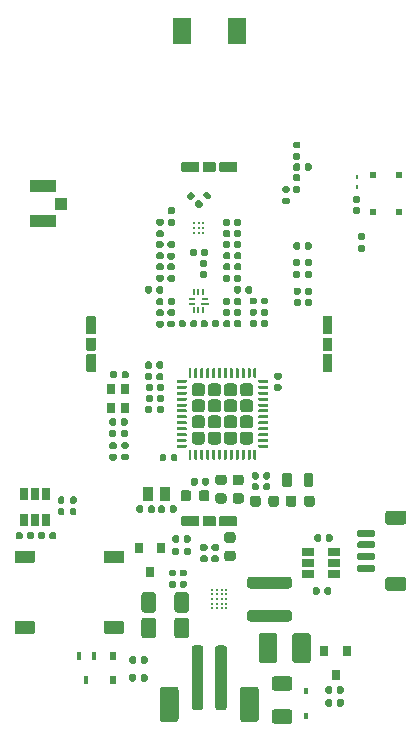
<source format=gtp>
G04 #@! TF.GenerationSoftware,KiCad,Pcbnew,(5.1.7)-1*
G04 #@! TF.CreationDate,2021-07-01T14:18:12+04:00*
G04 #@! TF.ProjectId,pcb-stm32wl,7063622d-7374-46d3-9332-776c2e6b6963,1.1*
G04 #@! TF.SameCoordinates,PX8f0d180PY6422c40*
G04 #@! TF.FileFunction,Paste,Top*
G04 #@! TF.FilePolarity,Positive*
%FSLAX46Y46*%
G04 Gerber Fmt 4.6, Leading zero omitted, Abs format (unit mm)*
G04 Created by KiCad (PCBNEW (5.1.7)-1) date 2021-07-01 14:18:12*
%MOMM*%
%LPD*%
G01*
G04 APERTURE LIST*
%ADD10C,0.255000*%
%ADD11C,0.240000*%
%ADD12R,0.500000X0.710000*%
%ADD13R,0.800000X0.900000*%
%ADD14R,1.610000X2.260000*%
%ADD15R,0.563000X0.225000*%
%ADD16R,0.225000X0.563000*%
%ADD17R,0.663000X0.225000*%
%ADD18R,1.060000X0.650000*%
%ADD19R,0.450000X0.700000*%
%ADD20R,0.650000X1.060000*%
%ADD21R,0.450000X0.600000*%
%ADD22R,0.250000X0.360000*%
%ADD23R,2.200000X1.050000*%
%ADD24R,1.050000X1.000000*%
%ADD25R,0.900000X1.150000*%
%ADD26R,0.550000X0.500000*%
G04 APERTURE END LIST*
G36*
G01*
X-2030000Y-18120000D02*
X-2370000Y-18120000D01*
G75*
G02*
X-2510000Y-17980000I0J140000D01*
G01*
X-2510000Y-17700000D01*
G75*
G02*
X-2370000Y-17560000I140000J0D01*
G01*
X-2030000Y-17560000D01*
G75*
G02*
X-1890000Y-17700000I0J-140000D01*
G01*
X-1890000Y-17980000D01*
G75*
G02*
X-2030000Y-18120000I-140000J0D01*
G01*
G37*
G36*
G01*
X-2030000Y-17160000D02*
X-2370000Y-17160000D01*
G75*
G02*
X-2510000Y-17020000I0J140000D01*
G01*
X-2510000Y-16740000D01*
G75*
G02*
X-2370000Y-16600000I140000J0D01*
G01*
X-2030000Y-16600000D01*
G75*
G02*
X-1890000Y-16740000I0J-140000D01*
G01*
X-1890000Y-17020000D01*
G75*
G02*
X-2030000Y-17160000I-140000J0D01*
G01*
G37*
D10*
X-900000Y12350000D03*
X-900000Y11950000D03*
X-1300000Y11950000D03*
X-1300000Y12350000D03*
X-1300000Y12750000D03*
X-900000Y12750000D03*
X-500000Y12750000D03*
X-500000Y12350000D03*
X-500000Y11950000D03*
D11*
X1450000Y-19880000D03*
X1050000Y-19880000D03*
X650000Y-19880000D03*
X250000Y-19880000D03*
X1450000Y-19480000D03*
X1050000Y-19480000D03*
X650000Y-19480000D03*
X250000Y-19480000D03*
X1450000Y-19080000D03*
X1050000Y-19080000D03*
X650000Y-19080000D03*
X250000Y-19080000D03*
X1450000Y-18680000D03*
X1050000Y-18680000D03*
X650000Y-18680000D03*
X250000Y-18680000D03*
X1450000Y-18280000D03*
X1050000Y-18280000D03*
X650000Y-18280000D03*
X250000Y-18280000D03*
D12*
X-8120000Y-25915000D03*
X-8120000Y-23925000D03*
G36*
G01*
X8000000Y-9480000D02*
X8000000Y-8520000D01*
G75*
G02*
X8120000Y-8400000I120000J0D01*
G01*
X8680000Y-8400000D01*
G75*
G02*
X8800000Y-8520000I0J-120000D01*
G01*
X8800000Y-9480000D01*
G75*
G02*
X8680000Y-9600000I-120000J0D01*
G01*
X8120000Y-9600000D01*
G75*
G02*
X8000000Y-9480000I0J120000D01*
G01*
G37*
G36*
G01*
X6200000Y-9480000D02*
X6200000Y-8520000D01*
G75*
G02*
X6320000Y-8400000I120000J0D01*
G01*
X6880000Y-8400000D01*
G75*
G02*
X7000000Y-8520000I0J-120000D01*
G01*
X7000000Y-9480000D01*
G75*
G02*
X6880000Y-9600000I-120000J0D01*
G01*
X6320000Y-9600000D01*
G75*
G02*
X6200000Y-9480000I0J120000D01*
G01*
G37*
G36*
G01*
X-2350000Y17152800D02*
X-2350000Y17847200D01*
G75*
G02*
X-2297200Y17900000I52800J0D01*
G01*
X-902800Y17900000D01*
G75*
G02*
X-850000Y17847200I0J-52800D01*
G01*
X-850000Y17152800D01*
G75*
G02*
X-902800Y17100000I-52800J0D01*
G01*
X-2297200Y17100000D01*
G75*
G02*
X-2350000Y17152800I0J52800D01*
G01*
G37*
G36*
G01*
X850000Y17152800D02*
X850000Y17847200D01*
G75*
G02*
X902800Y17900000I52800J0D01*
G01*
X2297200Y17900000D01*
G75*
G02*
X2350000Y17847200I0J-52800D01*
G01*
X2350000Y17152800D01*
G75*
G02*
X2297200Y17100000I-52800J0D01*
G01*
X902800Y17100000D01*
G75*
G02*
X850000Y17152800I0J52800D01*
G01*
G37*
G36*
G01*
X-550000Y17152800D02*
X-550000Y17847200D01*
G75*
G02*
X-497200Y17900000I52800J0D01*
G01*
X497200Y17900000D01*
G75*
G02*
X550000Y17847200I0J-52800D01*
G01*
X550000Y17152800D01*
G75*
G02*
X497200Y17100000I-52800J0D01*
G01*
X-497200Y17100000D01*
G75*
G02*
X-550000Y17152800I0J52800D01*
G01*
G37*
G36*
G01*
X-9652800Y150000D02*
X-10347200Y150000D01*
G75*
G02*
X-10400000Y202800I0J52800D01*
G01*
X-10400000Y1597200D01*
G75*
G02*
X-10347200Y1650000I52800J0D01*
G01*
X-9652800Y1650000D01*
G75*
G02*
X-9600000Y1597200I0J-52800D01*
G01*
X-9600000Y202800D01*
G75*
G02*
X-9652800Y150000I-52800J0D01*
G01*
G37*
G36*
G01*
X-9652800Y3350000D02*
X-10347200Y3350000D01*
G75*
G02*
X-10400000Y3402800I0J52800D01*
G01*
X-10400000Y4797200D01*
G75*
G02*
X-10347200Y4850000I52800J0D01*
G01*
X-9652800Y4850000D01*
G75*
G02*
X-9600000Y4797200I0J-52800D01*
G01*
X-9600000Y3402800D01*
G75*
G02*
X-9652800Y3350000I-52800J0D01*
G01*
G37*
G36*
G01*
X-9652800Y1950000D02*
X-10347200Y1950000D01*
G75*
G02*
X-10400000Y2002800I0J52800D01*
G01*
X-10400000Y2997200D01*
G75*
G02*
X-10347200Y3050000I52800J0D01*
G01*
X-9652800Y3050000D01*
G75*
G02*
X-9600000Y2997200I0J-52800D01*
G01*
X-9600000Y2002800D01*
G75*
G02*
X-9652800Y1950000I-52800J0D01*
G01*
G37*
G36*
G01*
X-2350000Y-12837200D02*
X-2350000Y-12142800D01*
G75*
G02*
X-2297200Y-12090000I52800J0D01*
G01*
X-902800Y-12090000D01*
G75*
G02*
X-850000Y-12142800I0J-52800D01*
G01*
X-850000Y-12837200D01*
G75*
G02*
X-902800Y-12890000I-52800J0D01*
G01*
X-2297200Y-12890000D01*
G75*
G02*
X-2350000Y-12837200I0J52800D01*
G01*
G37*
G36*
G01*
X850000Y-12837200D02*
X850000Y-12142800D01*
G75*
G02*
X902800Y-12090000I52800J0D01*
G01*
X2297200Y-12090000D01*
G75*
G02*
X2350000Y-12142800I0J-52800D01*
G01*
X2350000Y-12837200D01*
G75*
G02*
X2297200Y-12890000I-52800J0D01*
G01*
X902800Y-12890000D01*
G75*
G02*
X850000Y-12837200I0J52800D01*
G01*
G37*
G36*
G01*
X-550000Y-12837200D02*
X-550000Y-12142800D01*
G75*
G02*
X-497200Y-12090000I52800J0D01*
G01*
X497200Y-12090000D01*
G75*
G02*
X550000Y-12142800I0J-52800D01*
G01*
X550000Y-12837200D01*
G75*
G02*
X497200Y-12890000I-52800J0D01*
G01*
X-497200Y-12890000D01*
G75*
G02*
X-550000Y-12837200I0J52800D01*
G01*
G37*
G36*
G01*
X10347200Y150000D02*
X9652800Y150000D01*
G75*
G02*
X9600000Y202800I0J52800D01*
G01*
X9600000Y1597200D01*
G75*
G02*
X9652800Y1650000I52800J0D01*
G01*
X10347200Y1650000D01*
G75*
G02*
X10400000Y1597200I0J-52800D01*
G01*
X10400000Y202800D01*
G75*
G02*
X10347200Y150000I-52800J0D01*
G01*
G37*
G36*
G01*
X10347200Y3350000D02*
X9652800Y3350000D01*
G75*
G02*
X9600000Y3402800I0J52800D01*
G01*
X9600000Y4797200D01*
G75*
G02*
X9652800Y4850000I52800J0D01*
G01*
X10347200Y4850000D01*
G75*
G02*
X10400000Y4797200I0J-52800D01*
G01*
X10400000Y3402800D01*
G75*
G02*
X10347200Y3350000I-52800J0D01*
G01*
G37*
G36*
G01*
X10347200Y1950000D02*
X9652800Y1950000D01*
G75*
G02*
X9600000Y2002800I0J52800D01*
G01*
X9600000Y2997200D01*
G75*
G02*
X9652800Y3050000I52800J0D01*
G01*
X10347200Y3050000D01*
G75*
G02*
X10400000Y2997200I0J-52800D01*
G01*
X10400000Y2002800D01*
G75*
G02*
X10347200Y1950000I-52800J0D01*
G01*
G37*
D13*
X-8355300Y-2939500D03*
X-7105300Y-1289500D03*
X-8355300Y-1289500D03*
X-7105300Y-2939500D03*
G36*
G01*
X3451700Y-20000600D02*
X6748300Y-20000600D01*
G75*
G02*
X6998000Y-20250300I0J-249700D01*
G01*
X6998000Y-20749700D01*
G75*
G02*
X6748300Y-20999400I-249700J0D01*
G01*
X3451700Y-20999400D01*
G75*
G02*
X3202000Y-20749700I0J249700D01*
G01*
X3202000Y-20250300D01*
G75*
G02*
X3451700Y-20000600I249700J0D01*
G01*
G37*
G36*
G01*
X3451700Y-17200600D02*
X6748300Y-17200600D01*
G75*
G02*
X6998000Y-17450300I0J-249700D01*
G01*
X6998000Y-17949700D01*
G75*
G02*
X6748300Y-18199400I-249700J0D01*
G01*
X3451700Y-18199400D01*
G75*
G02*
X3202000Y-17949700I0J249700D01*
G01*
X3202000Y-17450300D01*
G75*
G02*
X3451700Y-17200600I249700J0D01*
G01*
G37*
G36*
G01*
X-16470000Y-21942000D02*
X-16470000Y-21018000D01*
G75*
G02*
X-16407000Y-20955000I63000J0D01*
G01*
X-14853000Y-20955000D01*
G75*
G02*
X-14790000Y-21018000I0J-63000D01*
G01*
X-14790000Y-21942000D01*
G75*
G02*
X-14853000Y-22005000I-63000J0D01*
G01*
X-16407000Y-22005000D01*
G75*
G02*
X-16470000Y-21942000I0J63000D01*
G01*
G37*
G36*
G01*
X-16470000Y-15982000D02*
X-16470000Y-15058000D01*
G75*
G02*
X-16407000Y-14995000I63000J0D01*
G01*
X-14853000Y-14995000D01*
G75*
G02*
X-14790000Y-15058000I0J-63000D01*
G01*
X-14790000Y-15982000D01*
G75*
G02*
X-14853000Y-16045000I-63000J0D01*
G01*
X-16407000Y-16045000D01*
G75*
G02*
X-16470000Y-15982000I0J63000D01*
G01*
G37*
G36*
G01*
X-8910000Y-21942000D02*
X-8910000Y-21018000D01*
G75*
G02*
X-8847000Y-20955000I63000J0D01*
G01*
X-7293000Y-20955000D01*
G75*
G02*
X-7230000Y-21018000I0J-63000D01*
G01*
X-7230000Y-21942000D01*
G75*
G02*
X-7293000Y-22005000I-63000J0D01*
G01*
X-8847000Y-22005000D01*
G75*
G02*
X-8910000Y-21942000I0J63000D01*
G01*
G37*
G36*
G01*
X-8910000Y-15982000D02*
X-8910000Y-15058000D01*
G75*
G02*
X-8847000Y-14995000I63000J0D01*
G01*
X-7293000Y-14995000D01*
G75*
G02*
X-7230000Y-15058000I0J-63000D01*
G01*
X-7230000Y-15982000D01*
G75*
G02*
X-7293000Y-16045000I-63000J0D01*
G01*
X-8847000Y-16045000D01*
G75*
G02*
X-8910000Y-15982000I0J63000D01*
G01*
G37*
D14*
X-2325000Y29000000D03*
X2325000Y29000000D03*
G36*
G01*
X-11788000Y-11869000D02*
X-11788000Y-11499000D01*
G75*
G02*
X-11653000Y-11364000I135000J0D01*
G01*
X-11383000Y-11364000D01*
G75*
G02*
X-11248000Y-11499000I0J-135000D01*
G01*
X-11248000Y-11869000D01*
G75*
G02*
X-11383000Y-12004000I-135000J0D01*
G01*
X-11653000Y-12004000D01*
G75*
G02*
X-11788000Y-11869000I0J135000D01*
G01*
G37*
G36*
G01*
X-12808000Y-11869000D02*
X-12808000Y-11499000D01*
G75*
G02*
X-12673000Y-11364000I135000J0D01*
G01*
X-12403000Y-11364000D01*
G75*
G02*
X-12268000Y-11499000I0J-135000D01*
G01*
X-12268000Y-11869000D01*
G75*
G02*
X-12403000Y-12004000I-135000J0D01*
G01*
X-12673000Y-12004000D01*
G75*
G02*
X-12808000Y-11869000I0J135000D01*
G01*
G37*
D15*
X-350500Y6337000D03*
D16*
X-519000Y6905500D03*
X-919000Y6905500D03*
X-1319000Y6905500D03*
D15*
X-1487500Y6337000D03*
X-1487500Y5937000D03*
D16*
X-1319000Y5368500D03*
X-919000Y5368500D03*
X-519000Y5368500D03*
D17*
X-400500Y5937000D03*
G36*
G01*
X4995000Y-6096000D02*
X4995000Y-6221000D01*
G75*
G02*
X4932500Y-6283500I-62500J0D01*
G01*
X4207500Y-6283500D01*
G75*
G02*
X4145000Y-6221000I0J62500D01*
G01*
X4145000Y-6096000D01*
G75*
G02*
X4207500Y-6033500I62500J0D01*
G01*
X4932500Y-6033500D01*
G75*
G02*
X4995000Y-6096000I0J-62500D01*
G01*
G37*
G36*
G01*
X4995000Y-5596000D02*
X4995000Y-5721000D01*
G75*
G02*
X4932500Y-5783500I-62500J0D01*
G01*
X4207500Y-5783500D01*
G75*
G02*
X4145000Y-5721000I0J62500D01*
G01*
X4145000Y-5596000D01*
G75*
G02*
X4207500Y-5533500I62500J0D01*
G01*
X4932500Y-5533500D01*
G75*
G02*
X4995000Y-5596000I0J-62500D01*
G01*
G37*
G36*
G01*
X4995000Y-5096000D02*
X4995000Y-5221000D01*
G75*
G02*
X4932500Y-5283500I-62500J0D01*
G01*
X4207500Y-5283500D01*
G75*
G02*
X4145000Y-5221000I0J62500D01*
G01*
X4145000Y-5096000D01*
G75*
G02*
X4207500Y-5033500I62500J0D01*
G01*
X4932500Y-5033500D01*
G75*
G02*
X4995000Y-5096000I0J-62500D01*
G01*
G37*
G36*
G01*
X4995000Y-4596000D02*
X4995000Y-4721000D01*
G75*
G02*
X4932500Y-4783500I-62500J0D01*
G01*
X4207500Y-4783500D01*
G75*
G02*
X4145000Y-4721000I0J62500D01*
G01*
X4145000Y-4596000D01*
G75*
G02*
X4207500Y-4533500I62500J0D01*
G01*
X4932500Y-4533500D01*
G75*
G02*
X4995000Y-4596000I0J-62500D01*
G01*
G37*
G36*
G01*
X4995000Y-4096000D02*
X4995000Y-4221000D01*
G75*
G02*
X4932500Y-4283500I-62500J0D01*
G01*
X4207500Y-4283500D01*
G75*
G02*
X4145000Y-4221000I0J62500D01*
G01*
X4145000Y-4096000D01*
G75*
G02*
X4207500Y-4033500I62500J0D01*
G01*
X4932500Y-4033500D01*
G75*
G02*
X4995000Y-4096000I0J-62500D01*
G01*
G37*
G36*
G01*
X4995000Y-3596000D02*
X4995000Y-3721000D01*
G75*
G02*
X4932500Y-3783500I-62500J0D01*
G01*
X4207500Y-3783500D01*
G75*
G02*
X4145000Y-3721000I0J62500D01*
G01*
X4145000Y-3596000D01*
G75*
G02*
X4207500Y-3533500I62500J0D01*
G01*
X4932500Y-3533500D01*
G75*
G02*
X4995000Y-3596000I0J-62500D01*
G01*
G37*
G36*
G01*
X4995000Y-3096000D02*
X4995000Y-3221000D01*
G75*
G02*
X4932500Y-3283500I-62500J0D01*
G01*
X4207500Y-3283500D01*
G75*
G02*
X4145000Y-3221000I0J62500D01*
G01*
X4145000Y-3096000D01*
G75*
G02*
X4207500Y-3033500I62500J0D01*
G01*
X4932500Y-3033500D01*
G75*
G02*
X4995000Y-3096000I0J-62500D01*
G01*
G37*
G36*
G01*
X4995000Y-2596000D02*
X4995000Y-2721000D01*
G75*
G02*
X4932500Y-2783500I-62500J0D01*
G01*
X4207500Y-2783500D01*
G75*
G02*
X4145000Y-2721000I0J62500D01*
G01*
X4145000Y-2596000D01*
G75*
G02*
X4207500Y-2533500I62500J0D01*
G01*
X4932500Y-2533500D01*
G75*
G02*
X4995000Y-2596000I0J-62500D01*
G01*
G37*
G36*
G01*
X4995000Y-2096000D02*
X4995000Y-2221000D01*
G75*
G02*
X4932500Y-2283500I-62500J0D01*
G01*
X4207500Y-2283500D01*
G75*
G02*
X4145000Y-2221000I0J62500D01*
G01*
X4145000Y-2096000D01*
G75*
G02*
X4207500Y-2033500I62500J0D01*
G01*
X4932500Y-2033500D01*
G75*
G02*
X4995000Y-2096000I0J-62500D01*
G01*
G37*
G36*
G01*
X4995000Y-1596000D02*
X4995000Y-1721000D01*
G75*
G02*
X4932500Y-1783500I-62500J0D01*
G01*
X4207500Y-1783500D01*
G75*
G02*
X4145000Y-1721000I0J62500D01*
G01*
X4145000Y-1596000D01*
G75*
G02*
X4207500Y-1533500I62500J0D01*
G01*
X4932500Y-1533500D01*
G75*
G02*
X4995000Y-1596000I0J-62500D01*
G01*
G37*
G36*
G01*
X4995000Y-1096000D02*
X4995000Y-1221000D01*
G75*
G02*
X4932500Y-1283500I-62500J0D01*
G01*
X4207500Y-1283500D01*
G75*
G02*
X4145000Y-1221000I0J62500D01*
G01*
X4145000Y-1096000D01*
G75*
G02*
X4207500Y-1033500I62500J0D01*
G01*
X4932500Y-1033500D01*
G75*
G02*
X4995000Y-1096000I0J-62500D01*
G01*
G37*
G36*
G01*
X4995000Y-596000D02*
X4995000Y-721000D01*
G75*
G02*
X4932500Y-783500I-62500J0D01*
G01*
X4207500Y-783500D01*
G75*
G02*
X4145000Y-721000I0J62500D01*
G01*
X4145000Y-596000D01*
G75*
G02*
X4207500Y-533500I62500J0D01*
G01*
X4932500Y-533500D01*
G75*
G02*
X4995000Y-596000I0J-62500D01*
G01*
G37*
G36*
G01*
X3995000Y404000D02*
X3995000Y-321000D01*
G75*
G02*
X3932500Y-383500I-62500J0D01*
G01*
X3807500Y-383500D01*
G75*
G02*
X3745000Y-321000I0J62500D01*
G01*
X3745000Y404000D01*
G75*
G02*
X3807500Y466500I62500J0D01*
G01*
X3932500Y466500D01*
G75*
G02*
X3995000Y404000I0J-62500D01*
G01*
G37*
G36*
G01*
X3495000Y404000D02*
X3495000Y-321000D01*
G75*
G02*
X3432500Y-383500I-62500J0D01*
G01*
X3307500Y-383500D01*
G75*
G02*
X3245000Y-321000I0J62500D01*
G01*
X3245000Y404000D01*
G75*
G02*
X3307500Y466500I62500J0D01*
G01*
X3432500Y466500D01*
G75*
G02*
X3495000Y404000I0J-62500D01*
G01*
G37*
G36*
G01*
X2995000Y404000D02*
X2995000Y-321000D01*
G75*
G02*
X2932500Y-383500I-62500J0D01*
G01*
X2807500Y-383500D01*
G75*
G02*
X2745000Y-321000I0J62500D01*
G01*
X2745000Y404000D01*
G75*
G02*
X2807500Y466500I62500J0D01*
G01*
X2932500Y466500D01*
G75*
G02*
X2995000Y404000I0J-62500D01*
G01*
G37*
G36*
G01*
X2495000Y404000D02*
X2495000Y-321000D01*
G75*
G02*
X2432500Y-383500I-62500J0D01*
G01*
X2307500Y-383500D01*
G75*
G02*
X2245000Y-321000I0J62500D01*
G01*
X2245000Y404000D01*
G75*
G02*
X2307500Y466500I62500J0D01*
G01*
X2432500Y466500D01*
G75*
G02*
X2495000Y404000I0J-62500D01*
G01*
G37*
G36*
G01*
X1995000Y404000D02*
X1995000Y-321000D01*
G75*
G02*
X1932500Y-383500I-62500J0D01*
G01*
X1807500Y-383500D01*
G75*
G02*
X1745000Y-321000I0J62500D01*
G01*
X1745000Y404000D01*
G75*
G02*
X1807500Y466500I62500J0D01*
G01*
X1932500Y466500D01*
G75*
G02*
X1995000Y404000I0J-62500D01*
G01*
G37*
G36*
G01*
X1495000Y404000D02*
X1495000Y-321000D01*
G75*
G02*
X1432500Y-383500I-62500J0D01*
G01*
X1307500Y-383500D01*
G75*
G02*
X1245000Y-321000I0J62500D01*
G01*
X1245000Y404000D01*
G75*
G02*
X1307500Y466500I62500J0D01*
G01*
X1432500Y466500D01*
G75*
G02*
X1495000Y404000I0J-62500D01*
G01*
G37*
G36*
G01*
X995000Y404000D02*
X995000Y-321000D01*
G75*
G02*
X932500Y-383500I-62500J0D01*
G01*
X807500Y-383500D01*
G75*
G02*
X745000Y-321000I0J62500D01*
G01*
X745000Y404000D01*
G75*
G02*
X807500Y466500I62500J0D01*
G01*
X932500Y466500D01*
G75*
G02*
X995000Y404000I0J-62500D01*
G01*
G37*
G36*
G01*
X495000Y404000D02*
X495000Y-321000D01*
G75*
G02*
X432500Y-383500I-62500J0D01*
G01*
X307500Y-383500D01*
G75*
G02*
X245000Y-321000I0J62500D01*
G01*
X245000Y404000D01*
G75*
G02*
X307500Y466500I62500J0D01*
G01*
X432500Y466500D01*
G75*
G02*
X495000Y404000I0J-62500D01*
G01*
G37*
G36*
G01*
X-5000Y404000D02*
X-5000Y-321000D01*
G75*
G02*
X-67500Y-383500I-62500J0D01*
G01*
X-192500Y-383500D01*
G75*
G02*
X-255000Y-321000I0J62500D01*
G01*
X-255000Y404000D01*
G75*
G02*
X-192500Y466500I62500J0D01*
G01*
X-67500Y466500D01*
G75*
G02*
X-5000Y404000I0J-62500D01*
G01*
G37*
G36*
G01*
X-505000Y404000D02*
X-505000Y-321000D01*
G75*
G02*
X-567500Y-383500I-62500J0D01*
G01*
X-692500Y-383500D01*
G75*
G02*
X-755000Y-321000I0J62500D01*
G01*
X-755000Y404000D01*
G75*
G02*
X-692500Y466500I62500J0D01*
G01*
X-567500Y466500D01*
G75*
G02*
X-505000Y404000I0J-62500D01*
G01*
G37*
G36*
G01*
X-1005000Y404000D02*
X-1005000Y-321000D01*
G75*
G02*
X-1067500Y-383500I-62500J0D01*
G01*
X-1192500Y-383500D01*
G75*
G02*
X-1255000Y-321000I0J62500D01*
G01*
X-1255000Y404000D01*
G75*
G02*
X-1192500Y466500I62500J0D01*
G01*
X-1067500Y466500D01*
G75*
G02*
X-1005000Y404000I0J-62500D01*
G01*
G37*
G36*
G01*
X-1505000Y404000D02*
X-1505000Y-321000D01*
G75*
G02*
X-1567500Y-383500I-62500J0D01*
G01*
X-1692500Y-383500D01*
G75*
G02*
X-1755000Y-321000I0J62500D01*
G01*
X-1755000Y404000D01*
G75*
G02*
X-1692500Y466500I62500J0D01*
G01*
X-1567500Y466500D01*
G75*
G02*
X-1505000Y404000I0J-62500D01*
G01*
G37*
G36*
G01*
X-1905000Y-596000D02*
X-1905000Y-721000D01*
G75*
G02*
X-1967500Y-783500I-62500J0D01*
G01*
X-2692500Y-783500D01*
G75*
G02*
X-2755000Y-721000I0J62500D01*
G01*
X-2755000Y-596000D01*
G75*
G02*
X-2692500Y-533500I62500J0D01*
G01*
X-1967500Y-533500D01*
G75*
G02*
X-1905000Y-596000I0J-62500D01*
G01*
G37*
G36*
G01*
X-1905000Y-1096000D02*
X-1905000Y-1221000D01*
G75*
G02*
X-1967500Y-1283500I-62500J0D01*
G01*
X-2692500Y-1283500D01*
G75*
G02*
X-2755000Y-1221000I0J62500D01*
G01*
X-2755000Y-1096000D01*
G75*
G02*
X-2692500Y-1033500I62500J0D01*
G01*
X-1967500Y-1033500D01*
G75*
G02*
X-1905000Y-1096000I0J-62500D01*
G01*
G37*
G36*
G01*
X-1905000Y-1596000D02*
X-1905000Y-1721000D01*
G75*
G02*
X-1967500Y-1783500I-62500J0D01*
G01*
X-2692500Y-1783500D01*
G75*
G02*
X-2755000Y-1721000I0J62500D01*
G01*
X-2755000Y-1596000D01*
G75*
G02*
X-2692500Y-1533500I62500J0D01*
G01*
X-1967500Y-1533500D01*
G75*
G02*
X-1905000Y-1596000I0J-62500D01*
G01*
G37*
G36*
G01*
X-1905000Y-2096000D02*
X-1905000Y-2221000D01*
G75*
G02*
X-1967500Y-2283500I-62500J0D01*
G01*
X-2692500Y-2283500D01*
G75*
G02*
X-2755000Y-2221000I0J62500D01*
G01*
X-2755000Y-2096000D01*
G75*
G02*
X-2692500Y-2033500I62500J0D01*
G01*
X-1967500Y-2033500D01*
G75*
G02*
X-1905000Y-2096000I0J-62500D01*
G01*
G37*
G36*
G01*
X-1905000Y-2596000D02*
X-1905000Y-2721000D01*
G75*
G02*
X-1967500Y-2783500I-62500J0D01*
G01*
X-2692500Y-2783500D01*
G75*
G02*
X-2755000Y-2721000I0J62500D01*
G01*
X-2755000Y-2596000D01*
G75*
G02*
X-2692500Y-2533500I62500J0D01*
G01*
X-1967500Y-2533500D01*
G75*
G02*
X-1905000Y-2596000I0J-62500D01*
G01*
G37*
G36*
G01*
X-1905000Y-3096000D02*
X-1905000Y-3221000D01*
G75*
G02*
X-1967500Y-3283500I-62500J0D01*
G01*
X-2692500Y-3283500D01*
G75*
G02*
X-2755000Y-3221000I0J62500D01*
G01*
X-2755000Y-3096000D01*
G75*
G02*
X-2692500Y-3033500I62500J0D01*
G01*
X-1967500Y-3033500D01*
G75*
G02*
X-1905000Y-3096000I0J-62500D01*
G01*
G37*
G36*
G01*
X-1905000Y-3596000D02*
X-1905000Y-3721000D01*
G75*
G02*
X-1967500Y-3783500I-62500J0D01*
G01*
X-2692500Y-3783500D01*
G75*
G02*
X-2755000Y-3721000I0J62500D01*
G01*
X-2755000Y-3596000D01*
G75*
G02*
X-2692500Y-3533500I62500J0D01*
G01*
X-1967500Y-3533500D01*
G75*
G02*
X-1905000Y-3596000I0J-62500D01*
G01*
G37*
G36*
G01*
X-1905000Y-4096000D02*
X-1905000Y-4221000D01*
G75*
G02*
X-1967500Y-4283500I-62500J0D01*
G01*
X-2692500Y-4283500D01*
G75*
G02*
X-2755000Y-4221000I0J62500D01*
G01*
X-2755000Y-4096000D01*
G75*
G02*
X-2692500Y-4033500I62500J0D01*
G01*
X-1967500Y-4033500D01*
G75*
G02*
X-1905000Y-4096000I0J-62500D01*
G01*
G37*
G36*
G01*
X-1905000Y-4596000D02*
X-1905000Y-4721000D01*
G75*
G02*
X-1967500Y-4783500I-62500J0D01*
G01*
X-2692500Y-4783500D01*
G75*
G02*
X-2755000Y-4721000I0J62500D01*
G01*
X-2755000Y-4596000D01*
G75*
G02*
X-2692500Y-4533500I62500J0D01*
G01*
X-1967500Y-4533500D01*
G75*
G02*
X-1905000Y-4596000I0J-62500D01*
G01*
G37*
G36*
G01*
X-1905000Y-5096000D02*
X-1905000Y-5221000D01*
G75*
G02*
X-1967500Y-5283500I-62500J0D01*
G01*
X-2692500Y-5283500D01*
G75*
G02*
X-2755000Y-5221000I0J62500D01*
G01*
X-2755000Y-5096000D01*
G75*
G02*
X-2692500Y-5033500I62500J0D01*
G01*
X-1967500Y-5033500D01*
G75*
G02*
X-1905000Y-5096000I0J-62500D01*
G01*
G37*
G36*
G01*
X-1905000Y-5596000D02*
X-1905000Y-5721000D01*
G75*
G02*
X-1967500Y-5783500I-62500J0D01*
G01*
X-2692500Y-5783500D01*
G75*
G02*
X-2755000Y-5721000I0J62500D01*
G01*
X-2755000Y-5596000D01*
G75*
G02*
X-2692500Y-5533500I62500J0D01*
G01*
X-1967500Y-5533500D01*
G75*
G02*
X-1905000Y-5596000I0J-62500D01*
G01*
G37*
G36*
G01*
X-1905000Y-6096000D02*
X-1905000Y-6221000D01*
G75*
G02*
X-1967500Y-6283500I-62500J0D01*
G01*
X-2692500Y-6283500D01*
G75*
G02*
X-2755000Y-6221000I0J62500D01*
G01*
X-2755000Y-6096000D01*
G75*
G02*
X-2692500Y-6033500I62500J0D01*
G01*
X-1967500Y-6033500D01*
G75*
G02*
X-1905000Y-6096000I0J-62500D01*
G01*
G37*
G36*
G01*
X-1505000Y-6496000D02*
X-1505000Y-7221000D01*
G75*
G02*
X-1567500Y-7283500I-62500J0D01*
G01*
X-1692500Y-7283500D01*
G75*
G02*
X-1755000Y-7221000I0J62500D01*
G01*
X-1755000Y-6496000D01*
G75*
G02*
X-1692500Y-6433500I62500J0D01*
G01*
X-1567500Y-6433500D01*
G75*
G02*
X-1505000Y-6496000I0J-62500D01*
G01*
G37*
G36*
G01*
X-1005000Y-6496000D02*
X-1005000Y-7221000D01*
G75*
G02*
X-1067500Y-7283500I-62500J0D01*
G01*
X-1192500Y-7283500D01*
G75*
G02*
X-1255000Y-7221000I0J62500D01*
G01*
X-1255000Y-6496000D01*
G75*
G02*
X-1192500Y-6433500I62500J0D01*
G01*
X-1067500Y-6433500D01*
G75*
G02*
X-1005000Y-6496000I0J-62500D01*
G01*
G37*
G36*
G01*
X-505000Y-6496000D02*
X-505000Y-7221000D01*
G75*
G02*
X-567500Y-7283500I-62500J0D01*
G01*
X-692500Y-7283500D01*
G75*
G02*
X-755000Y-7221000I0J62500D01*
G01*
X-755000Y-6496000D01*
G75*
G02*
X-692500Y-6433500I62500J0D01*
G01*
X-567500Y-6433500D01*
G75*
G02*
X-505000Y-6496000I0J-62500D01*
G01*
G37*
G36*
G01*
X-5000Y-6496000D02*
X-5000Y-7221000D01*
G75*
G02*
X-67500Y-7283500I-62500J0D01*
G01*
X-192500Y-7283500D01*
G75*
G02*
X-255000Y-7221000I0J62500D01*
G01*
X-255000Y-6496000D01*
G75*
G02*
X-192500Y-6433500I62500J0D01*
G01*
X-67500Y-6433500D01*
G75*
G02*
X-5000Y-6496000I0J-62500D01*
G01*
G37*
G36*
G01*
X495000Y-6496000D02*
X495000Y-7221000D01*
G75*
G02*
X432500Y-7283500I-62500J0D01*
G01*
X307500Y-7283500D01*
G75*
G02*
X245000Y-7221000I0J62500D01*
G01*
X245000Y-6496000D01*
G75*
G02*
X307500Y-6433500I62500J0D01*
G01*
X432500Y-6433500D01*
G75*
G02*
X495000Y-6496000I0J-62500D01*
G01*
G37*
G36*
G01*
X995000Y-6496000D02*
X995000Y-7221000D01*
G75*
G02*
X932500Y-7283500I-62500J0D01*
G01*
X807500Y-7283500D01*
G75*
G02*
X745000Y-7221000I0J62500D01*
G01*
X745000Y-6496000D01*
G75*
G02*
X807500Y-6433500I62500J0D01*
G01*
X932500Y-6433500D01*
G75*
G02*
X995000Y-6496000I0J-62500D01*
G01*
G37*
G36*
G01*
X1495000Y-6496000D02*
X1495000Y-7221000D01*
G75*
G02*
X1432500Y-7283500I-62500J0D01*
G01*
X1307500Y-7283500D01*
G75*
G02*
X1245000Y-7221000I0J62500D01*
G01*
X1245000Y-6496000D01*
G75*
G02*
X1307500Y-6433500I62500J0D01*
G01*
X1432500Y-6433500D01*
G75*
G02*
X1495000Y-6496000I0J-62500D01*
G01*
G37*
G36*
G01*
X1995000Y-6496000D02*
X1995000Y-7221000D01*
G75*
G02*
X1932500Y-7283500I-62500J0D01*
G01*
X1807500Y-7283500D01*
G75*
G02*
X1745000Y-7221000I0J62500D01*
G01*
X1745000Y-6496000D01*
G75*
G02*
X1807500Y-6433500I62500J0D01*
G01*
X1932500Y-6433500D01*
G75*
G02*
X1995000Y-6496000I0J-62500D01*
G01*
G37*
G36*
G01*
X2495000Y-6496000D02*
X2495000Y-7221000D01*
G75*
G02*
X2432500Y-7283500I-62500J0D01*
G01*
X2307500Y-7283500D01*
G75*
G02*
X2245000Y-7221000I0J62500D01*
G01*
X2245000Y-6496000D01*
G75*
G02*
X2307500Y-6433500I62500J0D01*
G01*
X2432500Y-6433500D01*
G75*
G02*
X2495000Y-6496000I0J-62500D01*
G01*
G37*
G36*
G01*
X2995000Y-6496000D02*
X2995000Y-7221000D01*
G75*
G02*
X2932500Y-7283500I-62500J0D01*
G01*
X2807500Y-7283500D01*
G75*
G02*
X2745000Y-7221000I0J62500D01*
G01*
X2745000Y-6496000D01*
G75*
G02*
X2807500Y-6433500I62500J0D01*
G01*
X2932500Y-6433500D01*
G75*
G02*
X2995000Y-6496000I0J-62500D01*
G01*
G37*
G36*
G01*
X3495000Y-6496000D02*
X3495000Y-7221000D01*
G75*
G02*
X3432500Y-7283500I-62500J0D01*
G01*
X3307500Y-7283500D01*
G75*
G02*
X3245000Y-7221000I0J62500D01*
G01*
X3245000Y-6496000D01*
G75*
G02*
X3307500Y-6433500I62500J0D01*
G01*
X3432500Y-6433500D01*
G75*
G02*
X3495000Y-6496000I0J-62500D01*
G01*
G37*
G36*
G01*
X3995000Y-6496000D02*
X3995000Y-7221000D01*
G75*
G02*
X3932500Y-7283500I-62500J0D01*
G01*
X3807500Y-7283500D01*
G75*
G02*
X3745000Y-7221000I0J62500D01*
G01*
X3745000Y-6496000D01*
G75*
G02*
X3807500Y-6433500I62500J0D01*
G01*
X3932500Y-6433500D01*
G75*
G02*
X3995000Y-6496000I0J-62500D01*
G01*
G37*
G36*
G01*
X3710000Y-5148500D02*
X3710000Y-5748500D01*
G75*
G02*
X3460000Y-5998500I-250000J0D01*
G01*
X2860000Y-5998500D01*
G75*
G02*
X2610000Y-5748500I0J250000D01*
G01*
X2610000Y-5148500D01*
G75*
G02*
X2860000Y-4898500I250000J0D01*
G01*
X3460000Y-4898500D01*
G75*
G02*
X3710000Y-5148500I0J-250000D01*
G01*
G37*
G36*
G01*
X3710000Y-3788500D02*
X3710000Y-4388500D01*
G75*
G02*
X3460000Y-4638500I-250000J0D01*
G01*
X2860000Y-4638500D01*
G75*
G02*
X2610000Y-4388500I0J250000D01*
G01*
X2610000Y-3788500D01*
G75*
G02*
X2860000Y-3538500I250000J0D01*
G01*
X3460000Y-3538500D01*
G75*
G02*
X3710000Y-3788500I0J-250000D01*
G01*
G37*
G36*
G01*
X3710000Y-2428500D02*
X3710000Y-3028500D01*
G75*
G02*
X3460000Y-3278500I-250000J0D01*
G01*
X2860000Y-3278500D01*
G75*
G02*
X2610000Y-3028500I0J250000D01*
G01*
X2610000Y-2428500D01*
G75*
G02*
X2860000Y-2178500I250000J0D01*
G01*
X3460000Y-2178500D01*
G75*
G02*
X3710000Y-2428500I0J-250000D01*
G01*
G37*
G36*
G01*
X3710000Y-1068500D02*
X3710000Y-1668500D01*
G75*
G02*
X3460000Y-1918500I-250000J0D01*
G01*
X2860000Y-1918500D01*
G75*
G02*
X2610000Y-1668500I0J250000D01*
G01*
X2610000Y-1068500D01*
G75*
G02*
X2860000Y-818500I250000J0D01*
G01*
X3460000Y-818500D01*
G75*
G02*
X3710000Y-1068500I0J-250000D01*
G01*
G37*
G36*
G01*
X2350000Y-5148500D02*
X2350000Y-5748500D01*
G75*
G02*
X2100000Y-5998500I-250000J0D01*
G01*
X1500000Y-5998500D01*
G75*
G02*
X1250000Y-5748500I0J250000D01*
G01*
X1250000Y-5148500D01*
G75*
G02*
X1500000Y-4898500I250000J0D01*
G01*
X2100000Y-4898500D01*
G75*
G02*
X2350000Y-5148500I0J-250000D01*
G01*
G37*
G36*
G01*
X2350000Y-3788500D02*
X2350000Y-4388500D01*
G75*
G02*
X2100000Y-4638500I-250000J0D01*
G01*
X1500000Y-4638500D01*
G75*
G02*
X1250000Y-4388500I0J250000D01*
G01*
X1250000Y-3788500D01*
G75*
G02*
X1500000Y-3538500I250000J0D01*
G01*
X2100000Y-3538500D01*
G75*
G02*
X2350000Y-3788500I0J-250000D01*
G01*
G37*
G36*
G01*
X2350000Y-2428500D02*
X2350000Y-3028500D01*
G75*
G02*
X2100000Y-3278500I-250000J0D01*
G01*
X1500000Y-3278500D01*
G75*
G02*
X1250000Y-3028500I0J250000D01*
G01*
X1250000Y-2428500D01*
G75*
G02*
X1500000Y-2178500I250000J0D01*
G01*
X2100000Y-2178500D01*
G75*
G02*
X2350000Y-2428500I0J-250000D01*
G01*
G37*
G36*
G01*
X2350000Y-1068500D02*
X2350000Y-1668500D01*
G75*
G02*
X2100000Y-1918500I-250000J0D01*
G01*
X1500000Y-1918500D01*
G75*
G02*
X1250000Y-1668500I0J250000D01*
G01*
X1250000Y-1068500D01*
G75*
G02*
X1500000Y-818500I250000J0D01*
G01*
X2100000Y-818500D01*
G75*
G02*
X2350000Y-1068500I0J-250000D01*
G01*
G37*
G36*
G01*
X990000Y-5148500D02*
X990000Y-5748500D01*
G75*
G02*
X740000Y-5998500I-250000J0D01*
G01*
X140000Y-5998500D01*
G75*
G02*
X-110000Y-5748500I0J250000D01*
G01*
X-110000Y-5148500D01*
G75*
G02*
X140000Y-4898500I250000J0D01*
G01*
X740000Y-4898500D01*
G75*
G02*
X990000Y-5148500I0J-250000D01*
G01*
G37*
G36*
G01*
X990000Y-3788500D02*
X990000Y-4388500D01*
G75*
G02*
X740000Y-4638500I-250000J0D01*
G01*
X140000Y-4638500D01*
G75*
G02*
X-110000Y-4388500I0J250000D01*
G01*
X-110000Y-3788500D01*
G75*
G02*
X140000Y-3538500I250000J0D01*
G01*
X740000Y-3538500D01*
G75*
G02*
X990000Y-3788500I0J-250000D01*
G01*
G37*
G36*
G01*
X990000Y-2428500D02*
X990000Y-3028500D01*
G75*
G02*
X740000Y-3278500I-250000J0D01*
G01*
X140000Y-3278500D01*
G75*
G02*
X-110000Y-3028500I0J250000D01*
G01*
X-110000Y-2428500D01*
G75*
G02*
X140000Y-2178500I250000J0D01*
G01*
X740000Y-2178500D01*
G75*
G02*
X990000Y-2428500I0J-250000D01*
G01*
G37*
G36*
G01*
X990000Y-1068500D02*
X990000Y-1668500D01*
G75*
G02*
X740000Y-1918500I-250000J0D01*
G01*
X140000Y-1918500D01*
G75*
G02*
X-110000Y-1668500I0J250000D01*
G01*
X-110000Y-1068500D01*
G75*
G02*
X140000Y-818500I250000J0D01*
G01*
X740000Y-818500D01*
G75*
G02*
X990000Y-1068500I0J-250000D01*
G01*
G37*
G36*
G01*
X-370000Y-5148500D02*
X-370000Y-5748500D01*
G75*
G02*
X-620000Y-5998500I-250000J0D01*
G01*
X-1220000Y-5998500D01*
G75*
G02*
X-1470000Y-5748500I0J250000D01*
G01*
X-1470000Y-5148500D01*
G75*
G02*
X-1220000Y-4898500I250000J0D01*
G01*
X-620000Y-4898500D01*
G75*
G02*
X-370000Y-5148500I0J-250000D01*
G01*
G37*
G36*
G01*
X-370000Y-3788500D02*
X-370000Y-4388500D01*
G75*
G02*
X-620000Y-4638500I-250000J0D01*
G01*
X-1220000Y-4638500D01*
G75*
G02*
X-1470000Y-4388500I0J250000D01*
G01*
X-1470000Y-3788500D01*
G75*
G02*
X-1220000Y-3538500I250000J0D01*
G01*
X-620000Y-3538500D01*
G75*
G02*
X-370000Y-3788500I0J-250000D01*
G01*
G37*
G36*
G01*
X-370000Y-2428500D02*
X-370000Y-3028500D01*
G75*
G02*
X-620000Y-3278500I-250000J0D01*
G01*
X-1220000Y-3278500D01*
G75*
G02*
X-1470000Y-3028500I0J250000D01*
G01*
X-1470000Y-2428500D01*
G75*
G02*
X-1220000Y-2178500I250000J0D01*
G01*
X-620000Y-2178500D01*
G75*
G02*
X-370000Y-2428500I0J-250000D01*
G01*
G37*
G36*
G01*
X-370000Y-1068500D02*
X-370000Y-1668500D01*
G75*
G02*
X-620000Y-1918500I-250000J0D01*
G01*
X-1220000Y-1918500D01*
G75*
G02*
X-1470000Y-1668500I0J250000D01*
G01*
X-1470000Y-1068500D01*
G75*
G02*
X-1220000Y-818500I250000J0D01*
G01*
X-620000Y-818500D01*
G75*
G02*
X-370000Y-1068500I0J-250000D01*
G01*
G37*
D18*
X8400000Y-15100000D03*
X8400000Y-16050000D03*
X8400000Y-17000000D03*
X10600000Y-17000000D03*
X10600000Y-15100000D03*
X10600000Y-16050000D03*
D13*
X-4050000Y-14750000D03*
X-5950000Y-14750000D03*
X-5000000Y-16750000D03*
G36*
G01*
X12727500Y11880000D02*
X13072500Y11880000D01*
G75*
G02*
X13220000Y11732500I0J-147500D01*
G01*
X13220000Y11437500D01*
G75*
G02*
X13072500Y11290000I-147500J0D01*
G01*
X12727500Y11290000D01*
G75*
G02*
X12580000Y11437500I0J147500D01*
G01*
X12580000Y11732500D01*
G75*
G02*
X12727500Y11880000I147500J0D01*
G01*
G37*
G36*
G01*
X12727500Y10910000D02*
X13072500Y10910000D01*
G75*
G02*
X13220000Y10762500I0J-147500D01*
G01*
X13220000Y10467500D01*
G75*
G02*
X13072500Y10320000I-147500J0D01*
G01*
X12727500Y10320000D01*
G75*
G02*
X12580000Y10467500I0J147500D01*
G01*
X12580000Y10762500D01*
G75*
G02*
X12727500Y10910000I147500J0D01*
G01*
G37*
G36*
G01*
X-11238000Y-10520000D02*
X-11238000Y-10890000D01*
G75*
G02*
X-11373000Y-11025000I-135000J0D01*
G01*
X-11643000Y-11025000D01*
G75*
G02*
X-11778000Y-10890000I0J135000D01*
G01*
X-11778000Y-10520000D01*
G75*
G02*
X-11643000Y-10385000I135000J0D01*
G01*
X-11373000Y-10385000D01*
G75*
G02*
X-11238000Y-10520000I0J-135000D01*
G01*
G37*
G36*
G01*
X-12258000Y-10520000D02*
X-12258000Y-10890000D01*
G75*
G02*
X-12393000Y-11025000I-135000J0D01*
G01*
X-12663000Y-11025000D01*
G75*
G02*
X-12798000Y-10890000I0J135000D01*
G01*
X-12798000Y-10520000D01*
G75*
G02*
X-12663000Y-10385000I135000J0D01*
G01*
X-12393000Y-10385000D01*
G75*
G02*
X-12258000Y-10520000I0J-135000D01*
G01*
G37*
G36*
G01*
X3621200Y-8831200D02*
X3621200Y-8491200D01*
G75*
G02*
X3761200Y-8351200I140000J0D01*
G01*
X4041200Y-8351200D01*
G75*
G02*
X4181200Y-8491200I0J-140000D01*
G01*
X4181200Y-8831200D01*
G75*
G02*
X4041200Y-8971200I-140000J0D01*
G01*
X3761200Y-8971200D01*
G75*
G02*
X3621200Y-8831200I0J140000D01*
G01*
G37*
G36*
G01*
X4581200Y-8831200D02*
X4581200Y-8491200D01*
G75*
G02*
X4721200Y-8351200I140000J0D01*
G01*
X5001200Y-8351200D01*
G75*
G02*
X5141200Y-8491200I0J-140000D01*
G01*
X5141200Y-8831200D01*
G75*
G02*
X5001200Y-8971200I-140000J0D01*
G01*
X4721200Y-8971200D01*
G75*
G02*
X4581200Y-8831200I0J140000D01*
G01*
G37*
G36*
G01*
X3461000Y-11044800D02*
X3461000Y-10544800D01*
G75*
G02*
X3686000Y-10319800I225000J0D01*
G01*
X4136000Y-10319800D01*
G75*
G02*
X4361000Y-10544800I0J-225000D01*
G01*
X4361000Y-11044800D01*
G75*
G02*
X4136000Y-11269800I-225000J0D01*
G01*
X3686000Y-11269800D01*
G75*
G02*
X3461000Y-11044800I0J225000D01*
G01*
G37*
G36*
G01*
X5011000Y-11044800D02*
X5011000Y-10544800D01*
G75*
G02*
X5236000Y-10319800I225000J0D01*
G01*
X5686000Y-10319800D01*
G75*
G02*
X5911000Y-10544800I0J-225000D01*
G01*
X5911000Y-11044800D01*
G75*
G02*
X5686000Y-11269800I-225000J0D01*
G01*
X5236000Y-11269800D01*
G75*
G02*
X5011000Y-11044800I0J225000D01*
G01*
G37*
G36*
G01*
X-2690000Y-6930000D02*
X-2690000Y-7270000D01*
G75*
G02*
X-2830000Y-7410000I-140000J0D01*
G01*
X-3110000Y-7410000D01*
G75*
G02*
X-3250000Y-7270000I0J140000D01*
G01*
X-3250000Y-6930000D01*
G75*
G02*
X-3110000Y-6790000I140000J0D01*
G01*
X-2830000Y-6790000D01*
G75*
G02*
X-2690000Y-6930000I0J-140000D01*
G01*
G37*
G36*
G01*
X-3650000Y-6930000D02*
X-3650000Y-7270000D01*
G75*
G02*
X-3790000Y-7410000I-140000J0D01*
G01*
X-4070000Y-7410000D01*
G75*
G02*
X-4210000Y-7270000I0J140000D01*
G01*
X-4210000Y-6930000D01*
G75*
G02*
X-4070000Y-6790000I140000J0D01*
G01*
X-3790000Y-6790000D01*
G75*
G02*
X-3650000Y-6930000I0J-140000D01*
G01*
G37*
G36*
G01*
X18200Y-10087600D02*
X18200Y-10587600D01*
G75*
G02*
X-206800Y-10812600I-225000J0D01*
G01*
X-656800Y-10812600D01*
G75*
G02*
X-881800Y-10587600I0J225000D01*
G01*
X-881800Y-10087600D01*
G75*
G02*
X-656800Y-9862600I225000J0D01*
G01*
X-206800Y-9862600D01*
G75*
G02*
X18200Y-10087600I0J-225000D01*
G01*
G37*
G36*
G01*
X-1531800Y-10087600D02*
X-1531800Y-10587600D01*
G75*
G02*
X-1756800Y-10812600I-225000J0D01*
G01*
X-2206800Y-10812600D01*
G75*
G02*
X-2431800Y-10587600I0J225000D01*
G01*
X-2431800Y-10087600D01*
G75*
G02*
X-2206800Y-9862600I225000J0D01*
G01*
X-1756800Y-9862600D01*
G75*
G02*
X-1531800Y-10087600I0J-225000D01*
G01*
G37*
G36*
G01*
X3621200Y-9745600D02*
X3621200Y-9405600D01*
G75*
G02*
X3761200Y-9265600I140000J0D01*
G01*
X4041200Y-9265600D01*
G75*
G02*
X4181200Y-9405600I0J-140000D01*
G01*
X4181200Y-9745600D01*
G75*
G02*
X4041200Y-9885600I-140000J0D01*
G01*
X3761200Y-9885600D01*
G75*
G02*
X3621200Y-9745600I0J140000D01*
G01*
G37*
G36*
G01*
X4581200Y-9745600D02*
X4581200Y-9405600D01*
G75*
G02*
X4721200Y-9265600I140000J0D01*
G01*
X5001200Y-9265600D01*
G75*
G02*
X5141200Y-9405600I0J-140000D01*
G01*
X5141200Y-9745600D01*
G75*
G02*
X5001200Y-9885600I-140000J0D01*
G01*
X4721200Y-9885600D01*
G75*
G02*
X4581200Y-9745600I0J140000D01*
G01*
G37*
G36*
G01*
X1500000Y-13425000D02*
X2000000Y-13425000D01*
G75*
G02*
X2225000Y-13650000I0J-225000D01*
G01*
X2225000Y-14100000D01*
G75*
G02*
X2000000Y-14325000I-225000J0D01*
G01*
X1500000Y-14325000D01*
G75*
G02*
X1275000Y-14100000I0J225000D01*
G01*
X1275000Y-13650000D01*
G75*
G02*
X1500000Y-13425000I225000J0D01*
G01*
G37*
G36*
G01*
X1500000Y-14975000D02*
X2000000Y-14975000D01*
G75*
G02*
X2225000Y-15200000I0J-225000D01*
G01*
X2225000Y-15650000D01*
G75*
G02*
X2000000Y-15875000I-225000J0D01*
G01*
X1500000Y-15875000D01*
G75*
G02*
X1275000Y-15650000I0J225000D01*
G01*
X1275000Y-15200000D01*
G75*
G02*
X1500000Y-14975000I225000J0D01*
G01*
G37*
G36*
G01*
X-2930000Y-18120000D02*
X-3270000Y-18120000D01*
G75*
G02*
X-3410000Y-17980000I0J140000D01*
G01*
X-3410000Y-17700000D01*
G75*
G02*
X-3270000Y-17560000I140000J0D01*
G01*
X-2930000Y-17560000D01*
G75*
G02*
X-2790000Y-17700000I0J-140000D01*
G01*
X-2790000Y-17980000D01*
G75*
G02*
X-2930000Y-18120000I-140000J0D01*
G01*
G37*
G36*
G01*
X-2930000Y-17160000D02*
X-3270000Y-17160000D01*
G75*
G02*
X-3410000Y-17020000I0J140000D01*
G01*
X-3410000Y-16740000D01*
G75*
G02*
X-3270000Y-16600000I140000J0D01*
G01*
X-2930000Y-16600000D01*
G75*
G02*
X-2790000Y-16740000I0J-140000D01*
G01*
X-2790000Y-17020000D01*
G75*
G02*
X-2930000Y-17160000I-140000J0D01*
G01*
G37*
G36*
G01*
X-16401000Y-13888500D02*
X-16401000Y-13543500D01*
G75*
G02*
X-16253500Y-13396000I147500J0D01*
G01*
X-15958500Y-13396000D01*
G75*
G02*
X-15811000Y-13543500I0J-147500D01*
G01*
X-15811000Y-13888500D01*
G75*
G02*
X-15958500Y-14036000I-147500J0D01*
G01*
X-16253500Y-14036000D01*
G75*
G02*
X-16401000Y-13888500I0J147500D01*
G01*
G37*
G36*
G01*
X-15431000Y-13888500D02*
X-15431000Y-13543500D01*
G75*
G02*
X-15283500Y-13396000I147500J0D01*
G01*
X-14988500Y-13396000D01*
G75*
G02*
X-14841000Y-13543500I0J-147500D01*
G01*
X-14841000Y-13888500D01*
G75*
G02*
X-14988500Y-14036000I-147500J0D01*
G01*
X-15283500Y-14036000D01*
G75*
G02*
X-15431000Y-13888500I0J147500D01*
G01*
G37*
G36*
G01*
X9855000Y-14072500D02*
X9855000Y-13727500D01*
G75*
G02*
X10002500Y-13580000I147500J0D01*
G01*
X10297500Y-13580000D01*
G75*
G02*
X10445000Y-13727500I0J-147500D01*
G01*
X10445000Y-14072500D01*
G75*
G02*
X10297500Y-14220000I-147500J0D01*
G01*
X10002500Y-14220000D01*
G75*
G02*
X9855000Y-14072500I0J147500D01*
G01*
G37*
G36*
G01*
X8885000Y-14072500D02*
X8885000Y-13727500D01*
G75*
G02*
X9032500Y-13580000I147500J0D01*
G01*
X9327500Y-13580000D01*
G75*
G02*
X9475000Y-13727500I0J-147500D01*
G01*
X9475000Y-14072500D01*
G75*
G02*
X9327500Y-14220000I-147500J0D01*
G01*
X9032500Y-14220000D01*
G75*
G02*
X8885000Y-14072500I0J147500D01*
G01*
G37*
G36*
G01*
X-1570000Y-13827500D02*
X-1570000Y-14172500D01*
G75*
G02*
X-1717500Y-14320000I-147500J0D01*
G01*
X-2012500Y-14320000D01*
G75*
G02*
X-2160000Y-14172500I0J147500D01*
G01*
X-2160000Y-13827500D01*
G75*
G02*
X-2012500Y-13680000I147500J0D01*
G01*
X-1717500Y-13680000D01*
G75*
G02*
X-1570000Y-13827500I0J-147500D01*
G01*
G37*
G36*
G01*
X-2540000Y-13827500D02*
X-2540000Y-14172500D01*
G75*
G02*
X-2687500Y-14320000I-147500J0D01*
G01*
X-2982500Y-14320000D01*
G75*
G02*
X-3130000Y-14172500I0J147500D01*
G01*
X-3130000Y-13827500D01*
G75*
G02*
X-2982500Y-13680000I147500J0D01*
G01*
X-2687500Y-13680000D01*
G75*
G02*
X-2540000Y-13827500I0J-147500D01*
G01*
G37*
G36*
G01*
X672500Y-15010000D02*
X327500Y-15010000D01*
G75*
G02*
X180000Y-14862500I0J147500D01*
G01*
X180000Y-14567500D01*
G75*
G02*
X327500Y-14420000I147500J0D01*
G01*
X672500Y-14420000D01*
G75*
G02*
X820000Y-14567500I0J-147500D01*
G01*
X820000Y-14862500D01*
G75*
G02*
X672500Y-15010000I-147500J0D01*
G01*
G37*
G36*
G01*
X672500Y-15980000D02*
X327500Y-15980000D01*
G75*
G02*
X180000Y-15832500I0J147500D01*
G01*
X180000Y-15537500D01*
G75*
G02*
X327500Y-15390000I147500J0D01*
G01*
X672500Y-15390000D01*
G75*
G02*
X820000Y-15537500I0J-147500D01*
G01*
X820000Y-15832500D01*
G75*
G02*
X672500Y-15980000I-147500J0D01*
G01*
G37*
G36*
G01*
X-622500Y-15390000D02*
X-277500Y-15390000D01*
G75*
G02*
X-130000Y-15537500I0J-147500D01*
G01*
X-130000Y-15832500D01*
G75*
G02*
X-277500Y-15980000I-147500J0D01*
G01*
X-622500Y-15980000D01*
G75*
G02*
X-770000Y-15832500I0J147500D01*
G01*
X-770000Y-15537500D01*
G75*
G02*
X-622500Y-15390000I147500J0D01*
G01*
G37*
G36*
G01*
X-622500Y-14420000D02*
X-277500Y-14420000D01*
G75*
G02*
X-130000Y-14567500I0J-147500D01*
G01*
X-130000Y-14862500D01*
G75*
G02*
X-277500Y-15010000I-147500J0D01*
G01*
X-622500Y-15010000D01*
G75*
G02*
X-770000Y-14862500I0J147500D01*
G01*
X-770000Y-14567500D01*
G75*
G02*
X-622500Y-14420000I147500J0D01*
G01*
G37*
G36*
G01*
X-5000Y-8977500D02*
X-5000Y-9322500D01*
G75*
G02*
X-152500Y-9470000I-147500J0D01*
G01*
X-447500Y-9470000D01*
G75*
G02*
X-595000Y-9322500I0J147500D01*
G01*
X-595000Y-8977500D01*
G75*
G02*
X-447500Y-8830000I147500J0D01*
G01*
X-152500Y-8830000D01*
G75*
G02*
X-5000Y-8977500I0J-147500D01*
G01*
G37*
G36*
G01*
X-975000Y-8977500D02*
X-975000Y-9322500D01*
G75*
G02*
X-1122500Y-9470000I-147500J0D01*
G01*
X-1417500Y-9470000D01*
G75*
G02*
X-1565000Y-9322500I0J147500D01*
G01*
X-1565000Y-8977500D01*
G75*
G02*
X-1417500Y-8830000I147500J0D01*
G01*
X-1122500Y-8830000D01*
G75*
G02*
X-975000Y-8977500I0J-147500D01*
G01*
G37*
G36*
G01*
X-4904000Y-1447500D02*
X-5249000Y-1447500D01*
G75*
G02*
X-5396500Y-1300000I0J147500D01*
G01*
X-5396500Y-1005000D01*
G75*
G02*
X-5249000Y-857500I147500J0D01*
G01*
X-4904000Y-857500D01*
G75*
G02*
X-4756500Y-1005000I0J-147500D01*
G01*
X-4756500Y-1300000D01*
G75*
G02*
X-4904000Y-1447500I-147500J0D01*
G01*
G37*
G36*
G01*
X-4904000Y-2417500D02*
X-5249000Y-2417500D01*
G75*
G02*
X-5396500Y-2270000I0J147500D01*
G01*
X-5396500Y-1975000D01*
G75*
G02*
X-5249000Y-1827500I147500J0D01*
G01*
X-4904000Y-1827500D01*
G75*
G02*
X-4756500Y-1975000I0J-147500D01*
G01*
X-4756500Y-2270000D01*
G75*
G02*
X-4904000Y-2417500I-147500J0D01*
G01*
G37*
G36*
G01*
X-3951500Y-1447500D02*
X-4296500Y-1447500D01*
G75*
G02*
X-4444000Y-1300000I0J147500D01*
G01*
X-4444000Y-1005000D01*
G75*
G02*
X-4296500Y-857500I147500J0D01*
G01*
X-3951500Y-857500D01*
G75*
G02*
X-3804000Y-1005000I0J-147500D01*
G01*
X-3804000Y-1300000D01*
G75*
G02*
X-3951500Y-1447500I-147500J0D01*
G01*
G37*
G36*
G01*
X-3951500Y-2417500D02*
X-4296500Y-2417500D01*
G75*
G02*
X-4444000Y-2270000I0J147500D01*
G01*
X-4444000Y-1975000D01*
G75*
G02*
X-4296500Y-1827500I147500J0D01*
G01*
X-3951500Y-1827500D01*
G75*
G02*
X-3804000Y-1975000I0J-147500D01*
G01*
X-3804000Y-2270000D01*
G75*
G02*
X-3951500Y-2417500I-147500J0D01*
G01*
G37*
G36*
G01*
X5972500Y-1480000D02*
X5627500Y-1480000D01*
G75*
G02*
X5480000Y-1332500I0J147500D01*
G01*
X5480000Y-1037500D01*
G75*
G02*
X5627500Y-890000I147500J0D01*
G01*
X5972500Y-890000D01*
G75*
G02*
X6120000Y-1037500I0J-147500D01*
G01*
X6120000Y-1332500D01*
G75*
G02*
X5972500Y-1480000I-147500J0D01*
G01*
G37*
G36*
G01*
X5972500Y-510000D02*
X5627500Y-510000D01*
G75*
G02*
X5480000Y-362500I0J147500D01*
G01*
X5480000Y-67500D01*
G75*
G02*
X5627500Y80000I147500J0D01*
G01*
X5972500Y80000D01*
G75*
G02*
X6120000Y-67500I0J-147500D01*
G01*
X6120000Y-362500D01*
G75*
G02*
X5972500Y-510000I-147500J0D01*
G01*
G37*
G36*
G01*
X-3880000Y897500D02*
X-3880000Y552500D01*
G75*
G02*
X-4027500Y405000I-147500J0D01*
G01*
X-4322500Y405000D01*
G75*
G02*
X-4470000Y552500I0J147500D01*
G01*
X-4470000Y897500D01*
G75*
G02*
X-4322500Y1045000I147500J0D01*
G01*
X-4027500Y1045000D01*
G75*
G02*
X-3880000Y897500I0J-147500D01*
G01*
G37*
G36*
G01*
X-4850000Y897500D02*
X-4850000Y552500D01*
G75*
G02*
X-4997500Y405000I-147500J0D01*
G01*
X-5292500Y405000D01*
G75*
G02*
X-5440000Y552500I0J147500D01*
G01*
X-5440000Y897500D01*
G75*
G02*
X-5292500Y1045000I147500J0D01*
G01*
X-4997500Y1045000D01*
G75*
G02*
X-4850000Y897500I0J-147500D01*
G01*
G37*
G36*
G01*
X830000Y4403500D02*
X830000Y4058500D01*
G75*
G02*
X682500Y3911000I-147500J0D01*
G01*
X387500Y3911000D01*
G75*
G02*
X240000Y4058500I0J147500D01*
G01*
X240000Y4403500D01*
G75*
G02*
X387500Y4551000I147500J0D01*
G01*
X682500Y4551000D01*
G75*
G02*
X830000Y4403500I0J-147500D01*
G01*
G37*
G36*
G01*
X-140000Y4403500D02*
X-140000Y4058500D01*
G75*
G02*
X-287500Y3911000I-147500J0D01*
G01*
X-582500Y3911000D01*
G75*
G02*
X-730000Y4058500I0J147500D01*
G01*
X-730000Y4403500D01*
G75*
G02*
X-582500Y4551000I147500J0D01*
G01*
X-287500Y4551000D01*
G75*
G02*
X-140000Y4403500I0J-147500D01*
G01*
G37*
G36*
G01*
X-8313000Y-5815000D02*
X-7968000Y-5815000D01*
G75*
G02*
X-7820500Y-5962500I0J-147500D01*
G01*
X-7820500Y-6257500D01*
G75*
G02*
X-7968000Y-6405000I-147500J0D01*
G01*
X-8313000Y-6405000D01*
G75*
G02*
X-8460500Y-6257500I0J147500D01*
G01*
X-8460500Y-5962500D01*
G75*
G02*
X-8313000Y-5815000I147500J0D01*
G01*
G37*
G36*
G01*
X-8313000Y-6785000D02*
X-7968000Y-6785000D01*
G75*
G02*
X-7820500Y-6932500I0J-147500D01*
G01*
X-7820500Y-7227500D01*
G75*
G02*
X-7968000Y-7375000I-147500J0D01*
G01*
X-8313000Y-7375000D01*
G75*
G02*
X-8460500Y-7227500I0J147500D01*
G01*
X-8460500Y-6932500D01*
G75*
G02*
X-8313000Y-6785000I147500J0D01*
G01*
G37*
G36*
G01*
X-3382500Y14080000D02*
X-3037500Y14080000D01*
G75*
G02*
X-2890000Y13932500I0J-147500D01*
G01*
X-2890000Y13637500D01*
G75*
G02*
X-3037500Y13490000I-147500J0D01*
G01*
X-3382500Y13490000D01*
G75*
G02*
X-3530000Y13637500I0J147500D01*
G01*
X-3530000Y13932500D01*
G75*
G02*
X-3382500Y14080000I147500J0D01*
G01*
G37*
G36*
G01*
X-3382500Y13110000D02*
X-3037500Y13110000D01*
G75*
G02*
X-2890000Y12962500I0J-147500D01*
G01*
X-2890000Y12667500D01*
G75*
G02*
X-3037500Y12520000I-147500J0D01*
G01*
X-3382500Y12520000D01*
G75*
G02*
X-3530000Y12667500I0J147500D01*
G01*
X-3530000Y12962500D01*
G75*
G02*
X-3382500Y13110000I147500J0D01*
G01*
G37*
G36*
G01*
X-7871900Y-3923200D02*
X-7871900Y-4268200D01*
G75*
G02*
X-8019400Y-4415700I-147500J0D01*
G01*
X-8314400Y-4415700D01*
G75*
G02*
X-8461900Y-4268200I0J147500D01*
G01*
X-8461900Y-3923200D01*
G75*
G02*
X-8314400Y-3775700I147500J0D01*
G01*
X-8019400Y-3775700D01*
G75*
G02*
X-7871900Y-3923200I0J-147500D01*
G01*
G37*
G36*
G01*
X-6901900Y-3923200D02*
X-6901900Y-4268200D01*
G75*
G02*
X-7049400Y-4415700I-147500J0D01*
G01*
X-7344400Y-4415700D01*
G75*
G02*
X-7491900Y-4268200I0J147500D01*
G01*
X-7491900Y-3923200D01*
G75*
G02*
X-7344400Y-3775700I147500J0D01*
G01*
X-7049400Y-3775700D01*
G75*
G02*
X-6901900Y-3923200I0J-147500D01*
G01*
G37*
G36*
G01*
X1647500Y7770000D02*
X1302500Y7770000D01*
G75*
G02*
X1155000Y7917500I0J147500D01*
G01*
X1155000Y8212500D01*
G75*
G02*
X1302500Y8360000I147500J0D01*
G01*
X1647500Y8360000D01*
G75*
G02*
X1795000Y8212500I0J-147500D01*
G01*
X1795000Y7917500D01*
G75*
G02*
X1647500Y7770000I-147500J0D01*
G01*
G37*
G36*
G01*
X1647500Y8740000D02*
X1302500Y8740000D01*
G75*
G02*
X1155000Y8887500I0J147500D01*
G01*
X1155000Y9182500D01*
G75*
G02*
X1302500Y9330000I147500J0D01*
G01*
X1647500Y9330000D01*
G75*
G02*
X1795000Y9182500I0J-147500D01*
G01*
X1795000Y8887500D01*
G75*
G02*
X1647500Y8740000I-147500J0D01*
G01*
G37*
G36*
G01*
X3655000Y7272500D02*
X3655000Y6927500D01*
G75*
G02*
X3507500Y6780000I-147500J0D01*
G01*
X3212500Y6780000D01*
G75*
G02*
X3065000Y6927500I0J147500D01*
G01*
X3065000Y7272500D01*
G75*
G02*
X3212500Y7420000I147500J0D01*
G01*
X3507500Y7420000D01*
G75*
G02*
X3655000Y7272500I0J-147500D01*
G01*
G37*
G36*
G01*
X2685000Y7272500D02*
X2685000Y6927500D01*
G75*
G02*
X2537500Y6780000I-147500J0D01*
G01*
X2242500Y6780000D01*
G75*
G02*
X2095000Y6927500I0J147500D01*
G01*
X2095000Y7272500D01*
G75*
G02*
X2242500Y7420000I147500J0D01*
G01*
X2537500Y7420000D01*
G75*
G02*
X2685000Y7272500I0J-147500D01*
G01*
G37*
G36*
G01*
X-5440000Y6927500D02*
X-5440000Y7272500D01*
G75*
G02*
X-5292500Y7420000I147500J0D01*
G01*
X-4997500Y7420000D01*
G75*
G02*
X-4850000Y7272500I0J-147500D01*
G01*
X-4850000Y6927500D01*
G75*
G02*
X-4997500Y6780000I-147500J0D01*
G01*
X-5292500Y6780000D01*
G75*
G02*
X-5440000Y6927500I0J147500D01*
G01*
G37*
G36*
G01*
X-4470000Y6927500D02*
X-4470000Y7272500D01*
G75*
G02*
X-4322500Y7420000I147500J0D01*
G01*
X-4027500Y7420000D01*
G75*
G02*
X-3880000Y7272500I0J-147500D01*
G01*
X-3880000Y6927500D01*
G75*
G02*
X-4027500Y6780000I-147500J0D01*
G01*
X-4322500Y6780000D01*
G75*
G02*
X-4470000Y6927500I0J147500D01*
G01*
G37*
G36*
G01*
X-4002500Y9670000D02*
X-4347500Y9670000D01*
G75*
G02*
X-4495000Y9817500I0J147500D01*
G01*
X-4495000Y10112500D01*
G75*
G02*
X-4347500Y10260000I147500J0D01*
G01*
X-4002500Y10260000D01*
G75*
G02*
X-3855000Y10112500I0J-147500D01*
G01*
X-3855000Y9817500D01*
G75*
G02*
X-4002500Y9670000I-147500J0D01*
G01*
G37*
G36*
G01*
X-4002500Y10640000D02*
X-4347500Y10640000D01*
G75*
G02*
X-4495000Y10787500I0J147500D01*
G01*
X-4495000Y11082500D01*
G75*
G02*
X-4347500Y11230000I147500J0D01*
G01*
X-4002500Y11230000D01*
G75*
G02*
X-3855000Y11082500I0J-147500D01*
G01*
X-3855000Y10787500D01*
G75*
G02*
X-4002500Y10640000I-147500J0D01*
G01*
G37*
G36*
G01*
X2572500Y10640000D02*
X2227500Y10640000D01*
G75*
G02*
X2080000Y10787500I0J147500D01*
G01*
X2080000Y11082500D01*
G75*
G02*
X2227500Y11230000I147500J0D01*
G01*
X2572500Y11230000D01*
G75*
G02*
X2720000Y11082500I0J-147500D01*
G01*
X2720000Y10787500D01*
G75*
G02*
X2572500Y10640000I-147500J0D01*
G01*
G37*
G36*
G01*
X2572500Y9670000D02*
X2227500Y9670000D01*
G75*
G02*
X2080000Y9817500I0J147500D01*
G01*
X2080000Y10112500D01*
G75*
G02*
X2227500Y10260000I147500J0D01*
G01*
X2572500Y10260000D01*
G75*
G02*
X2720000Y10112500I0J-147500D01*
G01*
X2720000Y9817500D01*
G75*
G02*
X2572500Y9670000I-147500J0D01*
G01*
G37*
G36*
G01*
X-3052500Y4880000D02*
X-3397500Y4880000D01*
G75*
G02*
X-3545000Y5027500I0J147500D01*
G01*
X-3545000Y5322500D01*
G75*
G02*
X-3397500Y5470000I147500J0D01*
G01*
X-3052500Y5470000D01*
G75*
G02*
X-2905000Y5322500I0J-147500D01*
G01*
X-2905000Y5027500D01*
G75*
G02*
X-3052500Y4880000I-147500J0D01*
G01*
G37*
G36*
G01*
X-3052500Y3910000D02*
X-3397500Y3910000D01*
G75*
G02*
X-3545000Y4057500I0J147500D01*
G01*
X-3545000Y4352500D01*
G75*
G02*
X-3397500Y4500000I147500J0D01*
G01*
X-3052500Y4500000D01*
G75*
G02*
X-2905000Y4352500I0J-147500D01*
G01*
X-2905000Y4057500D01*
G75*
G02*
X-3052500Y3910000I-147500J0D01*
G01*
G37*
G36*
G01*
X1302500Y5480000D02*
X1647500Y5480000D01*
G75*
G02*
X1795000Y5332500I0J-147500D01*
G01*
X1795000Y5037500D01*
G75*
G02*
X1647500Y4890000I-147500J0D01*
G01*
X1302500Y4890000D01*
G75*
G02*
X1155000Y5037500I0J147500D01*
G01*
X1155000Y5332500D01*
G75*
G02*
X1302500Y5480000I147500J0D01*
G01*
G37*
G36*
G01*
X1302500Y4510000D02*
X1647500Y4510000D01*
G75*
G02*
X1795000Y4362500I0J-147500D01*
G01*
X1795000Y4067500D01*
G75*
G02*
X1647500Y3920000I-147500J0D01*
G01*
X1302500Y3920000D01*
G75*
G02*
X1155000Y4067500I0J147500D01*
G01*
X1155000Y4362500D01*
G75*
G02*
X1302500Y4510000I147500J0D01*
G01*
G37*
G36*
G01*
X-5577437Y-11306358D02*
X-5577437Y-11651358D01*
G75*
G02*
X-5724937Y-11798858I-147500J0D01*
G01*
X-6019937Y-11798858D01*
G75*
G02*
X-6167437Y-11651358I0J147500D01*
G01*
X-6167437Y-11306358D01*
G75*
G02*
X-6019937Y-11158858I147500J0D01*
G01*
X-5724937Y-11158858D01*
G75*
G02*
X-5577437Y-11306358I0J-147500D01*
G01*
G37*
G36*
G01*
X-4607437Y-11306358D02*
X-4607437Y-11651358D01*
G75*
G02*
X-4754937Y-11798858I-147500J0D01*
G01*
X-5049937Y-11798858D01*
G75*
G02*
X-5197437Y-11651358I0J147500D01*
G01*
X-5197437Y-11306358D01*
G75*
G02*
X-5049937Y-11158858I147500J0D01*
G01*
X-4754937Y-11158858D01*
G75*
G02*
X-4607437Y-11306358I0J-147500D01*
G01*
G37*
G36*
G01*
X1647500Y11545000D02*
X1302500Y11545000D01*
G75*
G02*
X1155000Y11692500I0J147500D01*
G01*
X1155000Y11987500D01*
G75*
G02*
X1302500Y12135000I147500J0D01*
G01*
X1647500Y12135000D01*
G75*
G02*
X1795000Y11987500I0J-147500D01*
G01*
X1795000Y11692500D01*
G75*
G02*
X1647500Y11545000I-147500J0D01*
G01*
G37*
G36*
G01*
X1647500Y12515000D02*
X1302500Y12515000D01*
G75*
G02*
X1155000Y12662500I0J147500D01*
G01*
X1155000Y12957500D01*
G75*
G02*
X1302500Y13105000I147500J0D01*
G01*
X1647500Y13105000D01*
G75*
G02*
X1795000Y12957500I0J-147500D01*
G01*
X1795000Y12662500D01*
G75*
G02*
X1647500Y12515000I-147500J0D01*
G01*
G37*
G36*
G01*
X8227500Y9680000D02*
X8572500Y9680000D01*
G75*
G02*
X8720000Y9532500I0J-147500D01*
G01*
X8720000Y9237500D01*
G75*
G02*
X8572500Y9090000I-147500J0D01*
G01*
X8227500Y9090000D01*
G75*
G02*
X8080000Y9237500I0J147500D01*
G01*
X8080000Y9532500D01*
G75*
G02*
X8227500Y9680000I147500J0D01*
G01*
G37*
G36*
G01*
X8227500Y8710000D02*
X8572500Y8710000D01*
G75*
G02*
X8720000Y8562500I0J-147500D01*
G01*
X8720000Y8267500D01*
G75*
G02*
X8572500Y8120000I-147500J0D01*
G01*
X8227500Y8120000D01*
G75*
G02*
X8080000Y8267500I0J147500D01*
G01*
X8080000Y8562500D01*
G75*
G02*
X8227500Y8710000I147500J0D01*
G01*
G37*
G36*
G01*
X7227500Y9680000D02*
X7572500Y9680000D01*
G75*
G02*
X7720000Y9532500I0J-147500D01*
G01*
X7720000Y9237500D01*
G75*
G02*
X7572500Y9090000I-147500J0D01*
G01*
X7227500Y9090000D01*
G75*
G02*
X7080000Y9237500I0J147500D01*
G01*
X7080000Y9532500D01*
G75*
G02*
X7227500Y9680000I147500J0D01*
G01*
G37*
G36*
G01*
X7227500Y8710000D02*
X7572500Y8710000D01*
G75*
G02*
X7720000Y8562500I0J-147500D01*
G01*
X7720000Y8267500D01*
G75*
G02*
X7572500Y8120000I-147500J0D01*
G01*
X7227500Y8120000D01*
G75*
G02*
X7080000Y8267500I0J147500D01*
G01*
X7080000Y8562500D01*
G75*
G02*
X7227500Y8710000I147500J0D01*
G01*
G37*
G36*
G01*
X-80000Y10422500D02*
X-80000Y10077500D01*
G75*
G02*
X-227500Y9930000I-147500J0D01*
G01*
X-522500Y9930000D01*
G75*
G02*
X-670000Y10077500I0J147500D01*
G01*
X-670000Y10422500D01*
G75*
G02*
X-522500Y10570000I147500J0D01*
G01*
X-227500Y10570000D01*
G75*
G02*
X-80000Y10422500I0J-147500D01*
G01*
G37*
G36*
G01*
X-1050000Y10422500D02*
X-1050000Y10077500D01*
G75*
G02*
X-1197500Y9930000I-147500J0D01*
G01*
X-1492500Y9930000D01*
G75*
G02*
X-1640000Y10077500I0J147500D01*
G01*
X-1640000Y10422500D01*
G75*
G02*
X-1492500Y10570000I147500J0D01*
G01*
X-1197500Y10570000D01*
G75*
G02*
X-1050000Y10422500I0J-147500D01*
G01*
G37*
G36*
G01*
X-4328959Y-11651358D02*
X-4328959Y-11306358D01*
G75*
G02*
X-4181459Y-11158858I147500J0D01*
G01*
X-3886459Y-11158858D01*
G75*
G02*
X-3738959Y-11306358I0J-147500D01*
G01*
X-3738959Y-11651358D01*
G75*
G02*
X-3886459Y-11798858I-147500J0D01*
G01*
X-4181459Y-11798858D01*
G75*
G02*
X-4328959Y-11651358I0J147500D01*
G01*
G37*
G36*
G01*
X-3358959Y-11651358D02*
X-3358959Y-11306358D01*
G75*
G02*
X-3211459Y-11158858I147500J0D01*
G01*
X-2916459Y-11158858D01*
G75*
G02*
X-2768959Y-11306358I0J-147500D01*
G01*
X-2768959Y-11651358D01*
G75*
G02*
X-2916459Y-11798858I-147500J0D01*
G01*
X-3211459Y-11798858D01*
G75*
G02*
X-3358959Y-11651358I0J147500D01*
G01*
G37*
G36*
G01*
X-327500Y8090000D02*
X-672500Y8090000D01*
G75*
G02*
X-820000Y8237500I0J147500D01*
G01*
X-820000Y8532500D01*
G75*
G02*
X-672500Y8680000I147500J0D01*
G01*
X-327500Y8680000D01*
G75*
G02*
X-180000Y8532500I0J-147500D01*
G01*
X-180000Y8237500D01*
G75*
G02*
X-327500Y8090000I-147500J0D01*
G01*
G37*
G36*
G01*
X-327500Y9060000D02*
X-672500Y9060000D01*
G75*
G02*
X-820000Y9207500I0J147500D01*
G01*
X-820000Y9502500D01*
G75*
G02*
X-672500Y9650000I147500J0D01*
G01*
X-327500Y9650000D01*
G75*
G02*
X-180000Y9502500I0J-147500D01*
G01*
X-180000Y9207500D01*
G75*
G02*
X-327500Y9060000I-147500J0D01*
G01*
G37*
G36*
G01*
X12640500Y14477000D02*
X12295500Y14477000D01*
G75*
G02*
X12148000Y14624500I0J147500D01*
G01*
X12148000Y14919500D01*
G75*
G02*
X12295500Y15067000I147500J0D01*
G01*
X12640500Y15067000D01*
G75*
G02*
X12788000Y14919500I0J-147500D01*
G01*
X12788000Y14624500D01*
G75*
G02*
X12640500Y14477000I-147500J0D01*
G01*
G37*
G36*
G01*
X12640500Y13507000D02*
X12295500Y13507000D01*
G75*
G02*
X12148000Y13654500I0J147500D01*
G01*
X12148000Y13949500D01*
G75*
G02*
X12295500Y14097000I147500J0D01*
G01*
X12640500Y14097000D01*
G75*
G02*
X12788000Y13949500I0J-147500D01*
G01*
X12788000Y13654500D01*
G75*
G02*
X12640500Y13507000I-147500J0D01*
G01*
G37*
G36*
G01*
X-3052500Y8740000D02*
X-3397500Y8740000D01*
G75*
G02*
X-3545000Y8887500I0J147500D01*
G01*
X-3545000Y9182500D01*
G75*
G02*
X-3397500Y9330000I147500J0D01*
G01*
X-3052500Y9330000D01*
G75*
G02*
X-2905000Y9182500I0J-147500D01*
G01*
X-2905000Y8887500D01*
G75*
G02*
X-3052500Y8740000I-147500J0D01*
G01*
G37*
G36*
G01*
X-3052500Y7770000D02*
X-3397500Y7770000D01*
G75*
G02*
X-3545000Y7917500I0J147500D01*
G01*
X-3545000Y8212500D01*
G75*
G02*
X-3397500Y8360000I147500J0D01*
G01*
X-3052500Y8360000D01*
G75*
G02*
X-2905000Y8212500I0J-147500D01*
G01*
X-2905000Y7917500D01*
G75*
G02*
X-3052500Y7770000I-147500J0D01*
G01*
G37*
G36*
G01*
X1302500Y10260000D02*
X1647500Y10260000D01*
G75*
G02*
X1795000Y10112500I0J-147500D01*
G01*
X1795000Y9817500D01*
G75*
G02*
X1647500Y9670000I-147500J0D01*
G01*
X1302500Y9670000D01*
G75*
G02*
X1155000Y9817500I0J147500D01*
G01*
X1155000Y10112500D01*
G75*
G02*
X1302500Y10260000I147500J0D01*
G01*
G37*
G36*
G01*
X1302500Y11230000D02*
X1647500Y11230000D01*
G75*
G02*
X1795000Y11082500I0J-147500D01*
G01*
X1795000Y10787500D01*
G75*
G02*
X1647500Y10640000I-147500J0D01*
G01*
X1302500Y10640000D01*
G75*
G02*
X1155000Y10787500I0J147500D01*
G01*
X1155000Y11082500D01*
G75*
G02*
X1302500Y11230000I147500J0D01*
G01*
G37*
G36*
G01*
X-3397500Y10250000D02*
X-3052500Y10250000D01*
G75*
G02*
X-2905000Y10102500I0J-147500D01*
G01*
X-2905000Y9807500D01*
G75*
G02*
X-3052500Y9660000I-147500J0D01*
G01*
X-3397500Y9660000D01*
G75*
G02*
X-3545000Y9807500I0J147500D01*
G01*
X-3545000Y10102500D01*
G75*
G02*
X-3397500Y10250000I147500J0D01*
G01*
G37*
G36*
G01*
X-3397500Y11220000D02*
X-3052500Y11220000D01*
G75*
G02*
X-2905000Y11072500I0J-147500D01*
G01*
X-2905000Y10777500D01*
G75*
G02*
X-3052500Y10630000I-147500J0D01*
G01*
X-3397500Y10630000D01*
G75*
G02*
X-3545000Y10777500I0J147500D01*
G01*
X-3545000Y11072500D01*
G75*
G02*
X-3397500Y11220000I147500J0D01*
G01*
G37*
G36*
G01*
X-4472500Y-430500D02*
X-4472500Y-85500D01*
G75*
G02*
X-4325000Y62000I147500J0D01*
G01*
X-4030000Y62000D01*
G75*
G02*
X-3882500Y-85500I0J-147500D01*
G01*
X-3882500Y-430500D01*
G75*
G02*
X-4030000Y-578000I-147500J0D01*
G01*
X-4325000Y-578000D01*
G75*
G02*
X-4472500Y-430500I0J147500D01*
G01*
G37*
G36*
G01*
X-5442500Y-430500D02*
X-5442500Y-85500D01*
G75*
G02*
X-5295000Y62000I147500J0D01*
G01*
X-5000000Y62000D01*
G75*
G02*
X-4852500Y-85500I0J-147500D01*
G01*
X-4852500Y-430500D01*
G75*
G02*
X-5000000Y-578000I-147500J0D01*
G01*
X-5295000Y-578000D01*
G75*
G02*
X-5442500Y-430500I0J147500D01*
G01*
G37*
G36*
G01*
X1246550Y-9428800D02*
X734050Y-9428800D01*
G75*
G02*
X515300Y-9210050I0J218750D01*
G01*
X515300Y-8772550D01*
G75*
G02*
X734050Y-8553800I218750J0D01*
G01*
X1246550Y-8553800D01*
G75*
G02*
X1465300Y-8772550I0J-218750D01*
G01*
X1465300Y-9210050D01*
G75*
G02*
X1246550Y-9428800I-218750J0D01*
G01*
G37*
G36*
G01*
X1246550Y-11003800D02*
X734050Y-11003800D01*
G75*
G02*
X515300Y-10785050I0J218750D01*
G01*
X515300Y-10347550D01*
G75*
G02*
X734050Y-10128800I218750J0D01*
G01*
X1246550Y-10128800D01*
G75*
G02*
X1465300Y-10347550I0J-218750D01*
G01*
X1465300Y-10785050D01*
G75*
G02*
X1246550Y-11003800I-218750J0D01*
G01*
G37*
G36*
G01*
X-7869500Y-4888400D02*
X-7869500Y-5233400D01*
G75*
G02*
X-8017000Y-5380900I-147500J0D01*
G01*
X-8312000Y-5380900D01*
G75*
G02*
X-8459500Y-5233400I0J147500D01*
G01*
X-8459500Y-4888400D01*
G75*
G02*
X-8312000Y-4740900I147500J0D01*
G01*
X-8017000Y-4740900D01*
G75*
G02*
X-7869500Y-4888400I0J-147500D01*
G01*
G37*
G36*
G01*
X-6899500Y-4888400D02*
X-6899500Y-5233400D01*
G75*
G02*
X-7047000Y-5380900I-147500J0D01*
G01*
X-7342000Y-5380900D01*
G75*
G02*
X-7489500Y-5233400I0J147500D01*
G01*
X-7489500Y-4888400D01*
G75*
G02*
X-7342000Y-4740900I147500J0D01*
G01*
X-7047000Y-4740900D01*
G75*
G02*
X-6899500Y-4888400I0J-147500D01*
G01*
G37*
G36*
G01*
X-4002500Y4865000D02*
X-4347500Y4865000D01*
G75*
G02*
X-4495000Y5012500I0J147500D01*
G01*
X-4495000Y5307500D01*
G75*
G02*
X-4347500Y5455000I147500J0D01*
G01*
X-4002500Y5455000D01*
G75*
G02*
X-3855000Y5307500I0J-147500D01*
G01*
X-3855000Y5012500D01*
G75*
G02*
X-4002500Y4865000I-147500J0D01*
G01*
G37*
G36*
G01*
X-4002500Y3895000D02*
X-4347500Y3895000D01*
G75*
G02*
X-4495000Y4042500I0J147500D01*
G01*
X-4495000Y4337500D01*
G75*
G02*
X-4347500Y4485000I147500J0D01*
G01*
X-4002500Y4485000D01*
G75*
G02*
X-3855000Y4337500I0J-147500D01*
G01*
X-3855000Y4042500D01*
G75*
G02*
X-4002500Y3895000I-147500J0D01*
G01*
G37*
G36*
G01*
X4401066Y4082805D02*
X4401066Y4427805D01*
G75*
G02*
X4548566Y4575305I147500J0D01*
G01*
X4843566Y4575305D01*
G75*
G02*
X4991066Y4427805I0J-147500D01*
G01*
X4991066Y4082805D01*
G75*
G02*
X4843566Y3935305I-147500J0D01*
G01*
X4548566Y3935305D01*
G75*
G02*
X4401066Y4082805I0J147500D01*
G01*
G37*
G36*
G01*
X3431066Y4082805D02*
X3431066Y4427805D01*
G75*
G02*
X3578566Y4575305I147500J0D01*
G01*
X3873566Y4575305D01*
G75*
G02*
X4021066Y4427805I0J-147500D01*
G01*
X4021066Y4082805D01*
G75*
G02*
X3873566Y3935305I-147500J0D01*
G01*
X3578566Y3935305D01*
G75*
G02*
X3431066Y4082805I0J147500D01*
G01*
G37*
G36*
G01*
X1159999Y5927500D02*
X1159999Y6272500D01*
G75*
G02*
X1307499Y6420000I147500J0D01*
G01*
X1602499Y6420000D01*
G75*
G02*
X1749999Y6272500I0J-147500D01*
G01*
X1749999Y5927500D01*
G75*
G02*
X1602499Y5780000I-147500J0D01*
G01*
X1307499Y5780000D01*
G75*
G02*
X1159999Y5927500I0J147500D01*
G01*
G37*
G36*
G01*
X2129999Y5927500D02*
X2129999Y6272500D01*
G75*
G02*
X2277499Y6420000I147500J0D01*
G01*
X2572499Y6420000D01*
G75*
G02*
X2719999Y6272500I0J-147500D01*
G01*
X2719999Y5927500D01*
G75*
G02*
X2572499Y5780000I-147500J0D01*
G01*
X2277499Y5780000D01*
G75*
G02*
X2129999Y5927500I0J147500D01*
G01*
G37*
G36*
G01*
X-3880000Y6272500D02*
X-3880000Y5927500D01*
G75*
G02*
X-4027500Y5780000I-147500J0D01*
G01*
X-4322500Y5780000D01*
G75*
G02*
X-4470000Y5927500I0J147500D01*
G01*
X-4470000Y6272500D01*
G75*
G02*
X-4322500Y6420000I147500J0D01*
G01*
X-4027500Y6420000D01*
G75*
G02*
X-3880000Y6272500I0J-147500D01*
G01*
G37*
G36*
G01*
X-2910000Y6272500D02*
X-2910000Y5927500D01*
G75*
G02*
X-3057500Y5780000I-147500J0D01*
G01*
X-3352500Y5780000D01*
G75*
G02*
X-3500000Y5927500I0J147500D01*
G01*
X-3500000Y6272500D01*
G75*
G02*
X-3352500Y6420000I147500J0D01*
G01*
X-3057500Y6420000D01*
G75*
G02*
X-2910000Y6272500I0J-147500D01*
G01*
G37*
G36*
G01*
X-4002500Y7770000D02*
X-4347500Y7770000D01*
G75*
G02*
X-4495000Y7917500I0J147500D01*
G01*
X-4495000Y8212500D01*
G75*
G02*
X-4347500Y8360000I147500J0D01*
G01*
X-4002500Y8360000D01*
G75*
G02*
X-3855000Y8212500I0J-147500D01*
G01*
X-3855000Y7917500D01*
G75*
G02*
X-4002500Y7770000I-147500J0D01*
G01*
G37*
G36*
G01*
X-4002500Y8740000D02*
X-4347500Y8740000D01*
G75*
G02*
X-4495000Y8887500I0J147500D01*
G01*
X-4495000Y9182500D01*
G75*
G02*
X-4347500Y9330000I147500J0D01*
G01*
X-4002500Y9330000D01*
G75*
G02*
X-3855000Y9182500I0J-147500D01*
G01*
X-3855000Y8887500D01*
G75*
G02*
X-4002500Y8740000I-147500J0D01*
G01*
G37*
G36*
G01*
X2572500Y8740000D02*
X2227500Y8740000D01*
G75*
G02*
X2080000Y8887500I0J147500D01*
G01*
X2080000Y9182500D01*
G75*
G02*
X2227500Y9330000I147500J0D01*
G01*
X2572500Y9330000D01*
G75*
G02*
X2720000Y9182500I0J-147500D01*
G01*
X2720000Y8887500D01*
G75*
G02*
X2572500Y8740000I-147500J0D01*
G01*
G37*
G36*
G01*
X2572500Y7770000D02*
X2227500Y7770000D01*
G75*
G02*
X2080000Y7917500I0J147500D01*
G01*
X2080000Y8212500D01*
G75*
G02*
X2227500Y8360000I147500J0D01*
G01*
X2572500Y8360000D01*
G75*
G02*
X2720000Y8212500I0J-147500D01*
G01*
X2720000Y7917500D01*
G75*
G02*
X2572500Y7770000I-147500J0D01*
G01*
G37*
G36*
G01*
X-4002500Y12515000D02*
X-4347500Y12515000D01*
G75*
G02*
X-4495000Y12662500I0J147500D01*
G01*
X-4495000Y12957500D01*
G75*
G02*
X-4347500Y13105000I147500J0D01*
G01*
X-4002500Y13105000D01*
G75*
G02*
X-3855000Y12957500I0J-147500D01*
G01*
X-3855000Y12662500D01*
G75*
G02*
X-4002500Y12515000I-147500J0D01*
G01*
G37*
G36*
G01*
X-4002500Y11545000D02*
X-4347500Y11545000D01*
G75*
G02*
X-4495000Y11692500I0J147500D01*
G01*
X-4495000Y11987500D01*
G75*
G02*
X-4347500Y12135000I147500J0D01*
G01*
X-4002500Y12135000D01*
G75*
G02*
X-3855000Y11987500I0J-147500D01*
G01*
X-3855000Y11692500D01*
G75*
G02*
X-4002500Y11545000I-147500J0D01*
G01*
G37*
G36*
G01*
X2572500Y11545000D02*
X2227500Y11545000D01*
G75*
G02*
X2080000Y11692500I0J147500D01*
G01*
X2080000Y11987500D01*
G75*
G02*
X2227500Y12135000I147500J0D01*
G01*
X2572500Y12135000D01*
G75*
G02*
X2720000Y11987500I0J-147500D01*
G01*
X2720000Y11692500D01*
G75*
G02*
X2572500Y11545000I-147500J0D01*
G01*
G37*
G36*
G01*
X2572500Y12515000D02*
X2227500Y12515000D01*
G75*
G02*
X2080000Y12662500I0J147500D01*
G01*
X2080000Y12957500D01*
G75*
G02*
X2227500Y13105000I147500J0D01*
G01*
X2572500Y13105000D01*
G75*
G02*
X2720000Y12957500I0J-147500D01*
G01*
X2720000Y12662500D01*
G75*
G02*
X2572500Y12515000I-147500J0D01*
G01*
G37*
X10700000Y-25500000D03*
X9750000Y-23500000D03*
X11650000Y-23500000D03*
D19*
X-10410000Y-25900000D03*
X-11060000Y-23900000D03*
X-9760000Y-23900000D03*
G36*
G01*
X-13526000Y-13888500D02*
X-13526000Y-13543500D01*
G75*
G02*
X-13378500Y-13396000I147500J0D01*
G01*
X-13083500Y-13396000D01*
G75*
G02*
X-12936000Y-13543500I0J-147500D01*
G01*
X-12936000Y-13888500D01*
G75*
G02*
X-13083500Y-14036000I-147500J0D01*
G01*
X-13378500Y-14036000D01*
G75*
G02*
X-13526000Y-13888500I0J147500D01*
G01*
G37*
G36*
G01*
X-14496000Y-13888500D02*
X-14496000Y-13543500D01*
G75*
G02*
X-14348500Y-13396000I147500J0D01*
G01*
X-14053500Y-13396000D01*
G75*
G02*
X-13906000Y-13543500I0J-147500D01*
G01*
X-13906000Y-13888500D01*
G75*
G02*
X-14053500Y-14036000I-147500J0D01*
G01*
X-14348500Y-14036000D01*
G75*
G02*
X-14496000Y-13888500I0J147500D01*
G01*
G37*
G36*
G01*
X-3130000Y-15222500D02*
X-3130000Y-14877500D01*
G75*
G02*
X-2982500Y-14730000I147500J0D01*
G01*
X-2687500Y-14730000D01*
G75*
G02*
X-2540000Y-14877500I0J-147500D01*
G01*
X-2540000Y-15222500D01*
G75*
G02*
X-2687500Y-15370000I-147500J0D01*
G01*
X-2982500Y-15370000D01*
G75*
G02*
X-3130000Y-15222500I0J147500D01*
G01*
G37*
G36*
G01*
X-2160000Y-15222500D02*
X-2160000Y-14877500D01*
G75*
G02*
X-2012500Y-14730000I147500J0D01*
G01*
X-1717500Y-14730000D01*
G75*
G02*
X-1570000Y-14877500I0J-147500D01*
G01*
X-1570000Y-15222500D01*
G75*
G02*
X-1717500Y-15370000I-147500J0D01*
G01*
X-2012500Y-15370000D01*
G75*
G02*
X-2160000Y-15222500I0J147500D01*
G01*
G37*
G36*
G01*
X10330000Y-18227500D02*
X10330000Y-18572500D01*
G75*
G02*
X10182500Y-18720000I-147500J0D01*
G01*
X9887500Y-18720000D01*
G75*
G02*
X9740000Y-18572500I0J147500D01*
G01*
X9740000Y-18227500D01*
G75*
G02*
X9887500Y-18080000I147500J0D01*
G01*
X10182500Y-18080000D01*
G75*
G02*
X10330000Y-18227500I0J-147500D01*
G01*
G37*
G36*
G01*
X9360000Y-18227500D02*
X9360000Y-18572500D01*
G75*
G02*
X9212500Y-18720000I-147500J0D01*
G01*
X8917500Y-18720000D01*
G75*
G02*
X8770000Y-18572500I0J147500D01*
G01*
X8770000Y-18227500D01*
G75*
G02*
X8917500Y-18080000I147500J0D01*
G01*
X9212500Y-18080000D01*
G75*
G02*
X9360000Y-18227500I0J-147500D01*
G01*
G37*
G36*
G01*
X7287500Y6315000D02*
X7632500Y6315000D01*
G75*
G02*
X7780000Y6167500I0J-147500D01*
G01*
X7780000Y5872500D01*
G75*
G02*
X7632500Y5725000I-147500J0D01*
G01*
X7287500Y5725000D01*
G75*
G02*
X7140000Y5872500I0J147500D01*
G01*
X7140000Y6167500D01*
G75*
G02*
X7287500Y6315000I147500J0D01*
G01*
G37*
G36*
G01*
X7287500Y7285000D02*
X7632500Y7285000D01*
G75*
G02*
X7780000Y7137500I0J-147500D01*
G01*
X7780000Y6842500D01*
G75*
G02*
X7632500Y6695000I-147500J0D01*
G01*
X7287500Y6695000D01*
G75*
G02*
X7140000Y6842500I0J147500D01*
G01*
X7140000Y7137500D01*
G75*
G02*
X7287500Y7285000I147500J0D01*
G01*
G37*
G36*
G01*
X8227500Y7280000D02*
X8572500Y7280000D01*
G75*
G02*
X8720000Y7132500I0J-147500D01*
G01*
X8720000Y6837500D01*
G75*
G02*
X8572500Y6690000I-147500J0D01*
G01*
X8227500Y6690000D01*
G75*
G02*
X8080000Y6837500I0J147500D01*
G01*
X8080000Y7132500D01*
G75*
G02*
X8227500Y7280000I147500J0D01*
G01*
G37*
G36*
G01*
X8227500Y6310000D02*
X8572500Y6310000D01*
G75*
G02*
X8720000Y6162500I0J-147500D01*
G01*
X8720000Y5867500D01*
G75*
G02*
X8572500Y5720000I-147500J0D01*
G01*
X8227500Y5720000D01*
G75*
G02*
X8080000Y5867500I0J147500D01*
G01*
X8080000Y6162500D01*
G75*
G02*
X8227500Y6310000I147500J0D01*
G01*
G37*
G36*
G01*
X8680000Y10972500D02*
X8680000Y10627500D01*
G75*
G02*
X8532500Y10480000I-147500J0D01*
G01*
X8237500Y10480000D01*
G75*
G02*
X8090000Y10627500I0J147500D01*
G01*
X8090000Y10972500D01*
G75*
G02*
X8237500Y11120000I147500J0D01*
G01*
X8532500Y11120000D01*
G75*
G02*
X8680000Y10972500I0J-147500D01*
G01*
G37*
G36*
G01*
X7710000Y10972500D02*
X7710000Y10627500D01*
G75*
G02*
X7562500Y10480000I-147500J0D01*
G01*
X7267500Y10480000D01*
G75*
G02*
X7120000Y10627500I0J147500D01*
G01*
X7120000Y10972500D01*
G75*
G02*
X7267500Y11120000I147500J0D01*
G01*
X7562500Y11120000D01*
G75*
G02*
X7710000Y10972500I0J-147500D01*
G01*
G37*
G36*
G01*
X-1220572Y14436620D02*
X-976620Y14680572D01*
G75*
G02*
X-768024Y14680572I104298J-104298D01*
G01*
X-559428Y14471976D01*
G75*
G02*
X-559428Y14263380I-104298J-104298D01*
G01*
X-803380Y14019428D01*
G75*
G02*
X-1011976Y14019428I-104298J104298D01*
G01*
X-1220572Y14228024D01*
G75*
G02*
X-1220572Y14436620I104298J104298D01*
G01*
G37*
G36*
G01*
X-1906466Y15122514D02*
X-1662514Y15366466D01*
G75*
G02*
X-1453918Y15366466I104298J-104298D01*
G01*
X-1245322Y15157870D01*
G75*
G02*
X-1245322Y14949274I-104298J-104298D01*
G01*
X-1489274Y14705322D01*
G75*
G02*
X-1697870Y14705322I-104298J104298D01*
G01*
X-1906466Y14913918D01*
G75*
G02*
X-1906466Y15122514I104298J104298D01*
G01*
G37*
D20*
X-15682000Y-12421000D03*
X-14732000Y-12421000D03*
X-13782000Y-12421000D03*
X-13782000Y-10221000D03*
X-15682000Y-10221000D03*
X-14732000Y-10221000D03*
G36*
G01*
X6795000Y-26855000D02*
X5545000Y-26855000D01*
G75*
G02*
X5295000Y-26605000I0J250000D01*
G01*
X5295000Y-25855000D01*
G75*
G02*
X5545000Y-25605000I250000J0D01*
G01*
X6795000Y-25605000D01*
G75*
G02*
X7045000Y-25855000I0J-250000D01*
G01*
X7045000Y-26605000D01*
G75*
G02*
X6795000Y-26855000I-250000J0D01*
G01*
G37*
G36*
G01*
X6795000Y-29655000D02*
X5545000Y-29655000D01*
G75*
G02*
X5295000Y-29405000I0J250000D01*
G01*
X5295000Y-28655000D01*
G75*
G02*
X5545000Y-28405000I250000J0D01*
G01*
X6795000Y-28405000D01*
G75*
G02*
X7045000Y-28655000I0J-250000D01*
G01*
X7045000Y-29405000D01*
G75*
G02*
X6795000Y-29655000I-250000J0D01*
G01*
G37*
G36*
G01*
X10425000Y-27697500D02*
X10425000Y-28042500D01*
G75*
G02*
X10277500Y-28190000I-147500J0D01*
G01*
X9982500Y-28190000D01*
G75*
G02*
X9835000Y-28042500I0J147500D01*
G01*
X9835000Y-27697500D01*
G75*
G02*
X9982500Y-27550000I147500J0D01*
G01*
X10277500Y-27550000D01*
G75*
G02*
X10425000Y-27697500I0J-147500D01*
G01*
G37*
G36*
G01*
X11395000Y-27697500D02*
X11395000Y-28042500D01*
G75*
G02*
X11247500Y-28190000I-147500J0D01*
G01*
X10952500Y-28190000D01*
G75*
G02*
X10805000Y-28042500I0J147500D01*
G01*
X10805000Y-27697500D01*
G75*
G02*
X10952500Y-27550000I147500J0D01*
G01*
X11247500Y-27550000D01*
G75*
G02*
X11395000Y-27697500I0J-147500D01*
G01*
G37*
G36*
G01*
X-2955000Y-19995000D02*
X-2955000Y-18745000D01*
G75*
G02*
X-2705000Y-18495000I250000J0D01*
G01*
X-1955000Y-18495000D01*
G75*
G02*
X-1705000Y-18745000I0J-250000D01*
G01*
X-1705000Y-19995000D01*
G75*
G02*
X-1955000Y-20245000I-250000J0D01*
G01*
X-2705000Y-20245000D01*
G75*
G02*
X-2955000Y-19995000I0J250000D01*
G01*
G37*
G36*
G01*
X-5755000Y-19995000D02*
X-5755000Y-18745000D01*
G75*
G02*
X-5505000Y-18495000I250000J0D01*
G01*
X-4755000Y-18495000D01*
G75*
G02*
X-4505000Y-18745000I0J-250000D01*
G01*
X-4505000Y-19995000D01*
G75*
G02*
X-4755000Y-20245000I-250000J0D01*
G01*
X-5505000Y-20245000D01*
G75*
G02*
X-5755000Y-19995000I0J250000D01*
G01*
G37*
G36*
G01*
X-5755000Y-22165000D02*
X-5755000Y-20915000D01*
G75*
G02*
X-5505000Y-20665000I250000J0D01*
G01*
X-4755000Y-20665000D01*
G75*
G02*
X-4505000Y-20915000I0J-250000D01*
G01*
X-4505000Y-22165000D01*
G75*
G02*
X-4755000Y-22415000I-250000J0D01*
G01*
X-5505000Y-22415000D01*
G75*
G02*
X-5755000Y-22165000I0J250000D01*
G01*
G37*
G36*
G01*
X-2955000Y-22165000D02*
X-2955000Y-20915000D01*
G75*
G02*
X-2705000Y-20665000I250000J0D01*
G01*
X-1955000Y-20665000D01*
G75*
G02*
X-1705000Y-20915000I0J-250000D01*
G01*
X-1705000Y-22165000D01*
G75*
G02*
X-1955000Y-22415000I-250000J0D01*
G01*
X-2705000Y-22415000D01*
G75*
G02*
X-2955000Y-22165000I0J250000D01*
G01*
G37*
G36*
G01*
X-3855000Y-2877500D02*
X-3855000Y-3222500D01*
G75*
G02*
X-4002500Y-3370000I-147500J0D01*
G01*
X-4297500Y-3370000D01*
G75*
G02*
X-4445000Y-3222500I0J147500D01*
G01*
X-4445000Y-2877500D01*
G75*
G02*
X-4297500Y-2730000I147500J0D01*
G01*
X-4002500Y-2730000D01*
G75*
G02*
X-3855000Y-2877500I0J-147500D01*
G01*
G37*
G36*
G01*
X-4825000Y-2877500D02*
X-4825000Y-3222500D01*
G75*
G02*
X-4972500Y-3370000I-147500J0D01*
G01*
X-5267500Y-3370000D01*
G75*
G02*
X-5415000Y-3222500I0J147500D01*
G01*
X-5415000Y-2877500D01*
G75*
G02*
X-5267500Y-2730000I147500J0D01*
G01*
X-4972500Y-2730000D01*
G75*
G02*
X-4825000Y-2877500I0J-147500D01*
G01*
G37*
G36*
G01*
X7020000Y-24255000D02*
X7020000Y-22205000D01*
G75*
G02*
X7270000Y-21955000I250000J0D01*
G01*
X8370000Y-21955000D01*
G75*
G02*
X8620000Y-22205000I0J-250000D01*
G01*
X8620000Y-24255000D01*
G75*
G02*
X8370000Y-24505000I-250000J0D01*
G01*
X7270000Y-24505000D01*
G75*
G02*
X7020000Y-24255000I0J250000D01*
G01*
G37*
G36*
G01*
X4170000Y-24255000D02*
X4170000Y-22205000D01*
G75*
G02*
X4420000Y-21955000I250000J0D01*
G01*
X5520000Y-21955000D01*
G75*
G02*
X5770000Y-22205000I0J-250000D01*
G01*
X5770000Y-24255000D01*
G75*
G02*
X5520000Y-24505000I-250000J0D01*
G01*
X4420000Y-24505000D01*
G75*
G02*
X4170000Y-24255000I0J250000D01*
G01*
G37*
G36*
G01*
X10795000Y-26942500D02*
X10795000Y-26597500D01*
G75*
G02*
X10942500Y-26450000I147500J0D01*
G01*
X11237500Y-26450000D01*
G75*
G02*
X11385000Y-26597500I0J-147500D01*
G01*
X11385000Y-26942500D01*
G75*
G02*
X11237500Y-27090000I-147500J0D01*
G01*
X10942500Y-27090000D01*
G75*
G02*
X10795000Y-26942500I0J147500D01*
G01*
G37*
G36*
G01*
X9825000Y-26942500D02*
X9825000Y-26597500D01*
G75*
G02*
X9972500Y-26450000I147500J0D01*
G01*
X10267500Y-26450000D01*
G75*
G02*
X10415000Y-26597500I0J-147500D01*
G01*
X10415000Y-26942500D01*
G75*
G02*
X10267500Y-27090000I-147500J0D01*
G01*
X9972500Y-27090000D01*
G75*
G02*
X9825000Y-26942500I0J147500D01*
G01*
G37*
G36*
G01*
X-6190000Y-25577500D02*
X-6190000Y-25922500D01*
G75*
G02*
X-6337500Y-26070000I-147500J0D01*
G01*
X-6632500Y-26070000D01*
G75*
G02*
X-6780000Y-25922500I0J147500D01*
G01*
X-6780000Y-25577500D01*
G75*
G02*
X-6632500Y-25430000I147500J0D01*
G01*
X-6337500Y-25430000D01*
G75*
G02*
X-6190000Y-25577500I0J-147500D01*
G01*
G37*
G36*
G01*
X-5220000Y-25577500D02*
X-5220000Y-25922500D01*
G75*
G02*
X-5367500Y-26070000I-147500J0D01*
G01*
X-5662500Y-26070000D01*
G75*
G02*
X-5810000Y-25922500I0J147500D01*
G01*
X-5810000Y-25577500D01*
G75*
G02*
X-5662500Y-25430000I147500J0D01*
G01*
X-5367500Y-25430000D01*
G75*
G02*
X-5220000Y-25577500I0J-147500D01*
G01*
G37*
G36*
G01*
X-5220000Y-24077500D02*
X-5220000Y-24422500D01*
G75*
G02*
X-5367500Y-24570000I-147500J0D01*
G01*
X-5662500Y-24570000D01*
G75*
G02*
X-5810000Y-24422500I0J147500D01*
G01*
X-5810000Y-24077500D01*
G75*
G02*
X-5662500Y-23930000I147500J0D01*
G01*
X-5367500Y-23930000D01*
G75*
G02*
X-5220000Y-24077500I0J-147500D01*
G01*
G37*
G36*
G01*
X-6190000Y-24077500D02*
X-6190000Y-24422500D01*
G75*
G02*
X-6337500Y-24570000I-147500J0D01*
G01*
X-6632500Y-24570000D01*
G75*
G02*
X-6780000Y-24422500I0J147500D01*
G01*
X-6780000Y-24077500D01*
G75*
G02*
X-6632500Y-23930000I147500J0D01*
G01*
X-6337500Y-23930000D01*
G75*
G02*
X-6190000Y-24077500I0J-147500D01*
G01*
G37*
G36*
G01*
X2200800Y-10103800D02*
X2700800Y-10103800D01*
G75*
G02*
X2925800Y-10328800I0J-225000D01*
G01*
X2925800Y-10778800D01*
G75*
G02*
X2700800Y-11003800I-225000J0D01*
G01*
X2200800Y-11003800D01*
G75*
G02*
X1975800Y-10778800I0J225000D01*
G01*
X1975800Y-10328800D01*
G75*
G02*
X2200800Y-10103800I225000J0D01*
G01*
G37*
G36*
G01*
X2200800Y-8553800D02*
X2700800Y-8553800D01*
G75*
G02*
X2925800Y-8778800I0J-225000D01*
G01*
X2925800Y-9228800D01*
G75*
G02*
X2700800Y-9453800I-225000J0D01*
G01*
X2200800Y-9453800D01*
G75*
G02*
X1975800Y-9228800I0J225000D01*
G01*
X1975800Y-8778800D01*
G75*
G02*
X2200800Y-8553800I225000J0D01*
G01*
G37*
G36*
G01*
X-7310000Y-5810000D02*
X-6970000Y-5810000D01*
G75*
G02*
X-6830000Y-5950000I0J-140000D01*
G01*
X-6830000Y-6230000D01*
G75*
G02*
X-6970000Y-6370000I-140000J0D01*
G01*
X-7310000Y-6370000D01*
G75*
G02*
X-7450000Y-6230000I0J140000D01*
G01*
X-7450000Y-5950000D01*
G75*
G02*
X-7310000Y-5810000I140000J0D01*
G01*
G37*
G36*
G01*
X-7310000Y-6770000D02*
X-6970000Y-6770000D01*
G75*
G02*
X-6830000Y-6910000I0J-140000D01*
G01*
X-6830000Y-7190000D01*
G75*
G02*
X-6970000Y-7330000I-140000J0D01*
G01*
X-7310000Y-7330000D01*
G75*
G02*
X-7450000Y-7190000I0J140000D01*
G01*
X-7450000Y-6910000D01*
G75*
G02*
X-7310000Y-6770000I140000J0D01*
G01*
G37*
G36*
G01*
X-1989000Y4391000D02*
X-1989000Y4051000D01*
G75*
G02*
X-2129000Y3911000I-140000J0D01*
G01*
X-2409000Y3911000D01*
G75*
G02*
X-2549000Y4051000I0J140000D01*
G01*
X-2549000Y4391000D01*
G75*
G02*
X-2409000Y4531000I140000J0D01*
G01*
X-2129000Y4531000D01*
G75*
G02*
X-1989000Y4391000I0J-140000D01*
G01*
G37*
G36*
G01*
X-1029000Y4391000D02*
X-1029000Y4051000D01*
G75*
G02*
X-1169000Y3911000I-140000J0D01*
G01*
X-1449000Y3911000D01*
G75*
G02*
X-1589000Y4051000I0J140000D01*
G01*
X-1589000Y4391000D01*
G75*
G02*
X-1449000Y4531000I140000J0D01*
G01*
X-1169000Y4531000D01*
G75*
G02*
X-1029000Y4391000I0J-140000D01*
G01*
G37*
G36*
G01*
X7375000Y-10550000D02*
X7375000Y-11050000D01*
G75*
G02*
X7150000Y-11275000I-225000J0D01*
G01*
X6700000Y-11275000D01*
G75*
G02*
X6475000Y-11050000I0J225000D01*
G01*
X6475000Y-10550000D01*
G75*
G02*
X6700000Y-10325000I225000J0D01*
G01*
X7150000Y-10325000D01*
G75*
G02*
X7375000Y-10550000I0J-225000D01*
G01*
G37*
G36*
G01*
X8925000Y-10550000D02*
X8925000Y-11050000D01*
G75*
G02*
X8700000Y-11275000I-225000J0D01*
G01*
X8250000Y-11275000D01*
G75*
G02*
X8025000Y-11050000I0J225000D01*
G01*
X8025000Y-10550000D01*
G75*
G02*
X8250000Y-10325000I225000J0D01*
G01*
X8700000Y-10325000D01*
G75*
G02*
X8925000Y-10550000I0J-225000D01*
G01*
G37*
G36*
G01*
X3553266Y6433305D02*
X3893266Y6433305D01*
G75*
G02*
X4033266Y6293305I0J-140000D01*
G01*
X4033266Y6013305D01*
G75*
G02*
X3893266Y5873305I-140000J0D01*
G01*
X3553266Y5873305D01*
G75*
G02*
X3413266Y6013305I0J140000D01*
G01*
X3413266Y6293305D01*
G75*
G02*
X3553266Y6433305I140000J0D01*
G01*
G37*
G36*
G01*
X3553266Y5473305D02*
X3893266Y5473305D01*
G75*
G02*
X4033266Y5333305I0J-140000D01*
G01*
X4033266Y5053305D01*
G75*
G02*
X3893266Y4913305I-140000J0D01*
G01*
X3553266Y4913305D01*
G75*
G02*
X3413266Y5053305I0J140000D01*
G01*
X3413266Y5333305D01*
G75*
G02*
X3553266Y5473305I140000J0D01*
G01*
G37*
G36*
G01*
X4858467Y4913305D02*
X4518467Y4913305D01*
G75*
G02*
X4378467Y5053305I0J140000D01*
G01*
X4378467Y5333305D01*
G75*
G02*
X4518467Y5473305I140000J0D01*
G01*
X4858467Y5473305D01*
G75*
G02*
X4998467Y5333305I0J-140000D01*
G01*
X4998467Y5053305D01*
G75*
G02*
X4858467Y4913305I-140000J0D01*
G01*
G37*
G36*
G01*
X4858467Y5873305D02*
X4518467Y5873305D01*
G75*
G02*
X4378467Y6013305I0J140000D01*
G01*
X4378467Y6293305D01*
G75*
G02*
X4518467Y6433305I140000J0D01*
G01*
X4858467Y6433305D01*
G75*
G02*
X4998467Y6293305I0J-140000D01*
G01*
X4998467Y6013305D01*
G75*
G02*
X4858467Y5873305I-140000J0D01*
G01*
G37*
D21*
X8220000Y-28980000D03*
X8220000Y-26880000D03*
D22*
X12468000Y16612000D03*
X12468000Y15772000D03*
D23*
X-14075000Y12925000D03*
D24*
X-12550000Y14400000D03*
D23*
X-14075000Y15875000D03*
G36*
G01*
X2572500Y4890000D02*
X2227500Y4890000D01*
G75*
G02*
X2080000Y5037500I0J147500D01*
G01*
X2080000Y5332500D01*
G75*
G02*
X2227500Y5480000I147500J0D01*
G01*
X2572500Y5480000D01*
G75*
G02*
X2720000Y5332500I0J-147500D01*
G01*
X2720000Y5037500D01*
G75*
G02*
X2572500Y4890000I-147500J0D01*
G01*
G37*
G36*
G01*
X2572500Y3920000D02*
X2227500Y3920000D01*
G75*
G02*
X2080000Y4067500I0J147500D01*
G01*
X2080000Y4362500D01*
G75*
G02*
X2227500Y4510000I147500J0D01*
G01*
X2572500Y4510000D01*
G75*
G02*
X2720000Y4362500I0J-147500D01*
G01*
X2720000Y4067500D01*
G75*
G02*
X2572500Y3920000I-147500J0D01*
G01*
G37*
G36*
G01*
X-7806000Y90000D02*
X-7806000Y-255000D01*
G75*
G02*
X-7953500Y-402500I-147500J0D01*
G01*
X-8248500Y-402500D01*
G75*
G02*
X-8396000Y-255000I0J147500D01*
G01*
X-8396000Y90000D01*
G75*
G02*
X-8248500Y237500I147500J0D01*
G01*
X-7953500Y237500D01*
G75*
G02*
X-7806000Y90000I0J-147500D01*
G01*
G37*
G36*
G01*
X-6836000Y90000D02*
X-6836000Y-255000D01*
G75*
G02*
X-6983500Y-402500I-147500J0D01*
G01*
X-7278500Y-402500D01*
G75*
G02*
X-7426000Y-255000I0J147500D01*
G01*
X-7426000Y90000D01*
G75*
G02*
X-7278500Y237500I147500J0D01*
G01*
X-6983500Y237500D01*
G75*
G02*
X-6836000Y90000I0J-147500D01*
G01*
G37*
D25*
X-3724877Y-10197067D03*
X-5224877Y-10197067D03*
G36*
G01*
X-2600000Y-26750000D02*
X-2600000Y-29250000D01*
G75*
G02*
X-2850000Y-29500000I-250000J0D01*
G01*
X-3950000Y-29500000D01*
G75*
G02*
X-4200000Y-29250000I0J250000D01*
G01*
X-4200000Y-26750000D01*
G75*
G02*
X-3950000Y-26500000I250000J0D01*
G01*
X-2850000Y-26500000D01*
G75*
G02*
X-2600000Y-26750000I0J-250000D01*
G01*
G37*
G36*
G01*
X4200000Y-26750000D02*
X4200000Y-29250000D01*
G75*
G02*
X3950000Y-29500000I-250000J0D01*
G01*
X2850000Y-29500000D01*
G75*
G02*
X2600000Y-29250000I0J250000D01*
G01*
X2600000Y-26750000D01*
G75*
G02*
X2850000Y-26500000I250000J0D01*
G01*
X3950000Y-26500000D01*
G75*
G02*
X4200000Y-26750000I0J-250000D01*
G01*
G37*
G36*
G01*
X-500000Y-23250000D02*
X-500000Y-28250000D01*
G75*
G02*
X-750000Y-28500000I-250000J0D01*
G01*
X-1250000Y-28500000D01*
G75*
G02*
X-1500000Y-28250000I0J250000D01*
G01*
X-1500000Y-23250000D01*
G75*
G02*
X-1250000Y-23000000I250000J0D01*
G01*
X-750000Y-23000000D01*
G75*
G02*
X-500000Y-23250000I0J-250000D01*
G01*
G37*
G36*
G01*
X1500000Y-23250000D02*
X1500000Y-28250000D01*
G75*
G02*
X1250000Y-28500000I-250000J0D01*
G01*
X750000Y-28500000D01*
G75*
G02*
X500000Y-28250000I0J250000D01*
G01*
X500000Y-23250000D01*
G75*
G02*
X750000Y-23000000I250000J0D01*
G01*
X1250000Y-23000000D01*
G75*
G02*
X1500000Y-23250000I0J-250000D01*
G01*
G37*
D26*
X13892000Y13686000D03*
X13892000Y16786000D03*
X16042000Y16786000D03*
X16042000Y13686000D03*
G36*
G01*
X15149999Y-17200000D02*
X16450001Y-17200000D01*
G75*
G02*
X16700000Y-17449999I0J-249999D01*
G01*
X16700000Y-18150001D01*
G75*
G02*
X16450001Y-18400000I-249999J0D01*
G01*
X15149999Y-18400000D01*
G75*
G02*
X14900000Y-18150001I0J249999D01*
G01*
X14900000Y-17449999D01*
G75*
G02*
X15149999Y-17200000I249999J0D01*
G01*
G37*
G36*
G01*
X15149999Y-11600000D02*
X16450001Y-11600000D01*
G75*
G02*
X16700000Y-11849999I0J-249999D01*
G01*
X16700000Y-12550001D01*
G75*
G02*
X16450001Y-12800000I-249999J0D01*
G01*
X15149999Y-12800000D01*
G75*
G02*
X14900000Y-12550001I0J249999D01*
G01*
X14900000Y-11849999D01*
G75*
G02*
X15149999Y-11600000I249999J0D01*
G01*
G37*
G36*
G01*
X12650000Y-16200000D02*
X13900000Y-16200000D01*
G75*
G02*
X14050000Y-16350000I0J-150000D01*
G01*
X14050000Y-16650000D01*
G75*
G02*
X13900000Y-16800000I-150000J0D01*
G01*
X12650000Y-16800000D01*
G75*
G02*
X12500000Y-16650000I0J150000D01*
G01*
X12500000Y-16350000D01*
G75*
G02*
X12650000Y-16200000I150000J0D01*
G01*
G37*
G36*
G01*
X12650000Y-15200000D02*
X13900000Y-15200000D01*
G75*
G02*
X14050000Y-15350000I0J-150000D01*
G01*
X14050000Y-15650000D01*
G75*
G02*
X13900000Y-15800000I-150000J0D01*
G01*
X12650000Y-15800000D01*
G75*
G02*
X12500000Y-15650000I0J150000D01*
G01*
X12500000Y-15350000D01*
G75*
G02*
X12650000Y-15200000I150000J0D01*
G01*
G37*
G36*
G01*
X12650000Y-14200000D02*
X13900000Y-14200000D01*
G75*
G02*
X14050000Y-14350000I0J-150000D01*
G01*
X14050000Y-14650000D01*
G75*
G02*
X13900000Y-14800000I-150000J0D01*
G01*
X12650000Y-14800000D01*
G75*
G02*
X12500000Y-14650000I0J150000D01*
G01*
X12500000Y-14350000D01*
G75*
G02*
X12650000Y-14200000I150000J0D01*
G01*
G37*
G36*
G01*
X12650000Y-13200000D02*
X13900000Y-13200000D01*
G75*
G02*
X14050000Y-13350000I0J-150000D01*
G01*
X14050000Y-13650000D01*
G75*
G02*
X13900000Y-13800000I-150000J0D01*
G01*
X12650000Y-13800000D01*
G75*
G02*
X12500000Y-13650000I0J150000D01*
G01*
X12500000Y-13350000D01*
G75*
G02*
X12650000Y-13200000I150000J0D01*
G01*
G37*
G36*
G01*
X-830520Y14671109D02*
X-568891Y14409480D01*
G75*
G02*
X-568891Y14218562I-95459J-95459D01*
G01*
X-759810Y14027643D01*
G75*
G02*
X-950728Y14027643I-95459J95459D01*
G01*
X-1212357Y14289272D01*
G75*
G02*
X-1212357Y14480190I95459J95459D01*
G01*
X-1021438Y14671109D01*
G75*
G02*
X-830520Y14671109I95459J-95459D01*
G01*
G37*
G36*
G01*
X-109272Y15392357D02*
X152357Y15130728D01*
G75*
G02*
X152357Y14939810I-95459J-95459D01*
G01*
X-38562Y14748891D01*
G75*
G02*
X-229480Y14748891I-95459J95459D01*
G01*
X-491109Y15010520D01*
G75*
G02*
X-491109Y15201438I95459J95459D01*
G01*
X-300190Y15392357D01*
G75*
G02*
X-109272Y15392357I95459J-95459D01*
G01*
G37*
G36*
G01*
X6670000Y14345000D02*
X6330000Y14345000D01*
G75*
G02*
X6190000Y14485000I0J140000D01*
G01*
X6190000Y14765000D01*
G75*
G02*
X6330000Y14905000I140000J0D01*
G01*
X6670000Y14905000D01*
G75*
G02*
X6810000Y14765000I0J-140000D01*
G01*
X6810000Y14485000D01*
G75*
G02*
X6670000Y14345000I-140000J0D01*
G01*
G37*
G36*
G01*
X6670000Y15305000D02*
X6330000Y15305000D01*
G75*
G02*
X6190000Y15445000I0J140000D01*
G01*
X6190000Y15725000D01*
G75*
G02*
X6330000Y15865000I140000J0D01*
G01*
X6670000Y15865000D01*
G75*
G02*
X6810000Y15725000I0J-140000D01*
G01*
X6810000Y15445000D01*
G75*
G02*
X6670000Y15305000I-140000J0D01*
G01*
G37*
G36*
G01*
X7572500Y18095000D02*
X7227500Y18095000D01*
G75*
G02*
X7080000Y18242500I0J147500D01*
G01*
X7080000Y18537500D01*
G75*
G02*
X7227500Y18685000I147500J0D01*
G01*
X7572500Y18685000D01*
G75*
G02*
X7720000Y18537500I0J-147500D01*
G01*
X7720000Y18242500D01*
G75*
G02*
X7572500Y18095000I-147500J0D01*
G01*
G37*
G36*
G01*
X7572500Y19065000D02*
X7227500Y19065000D01*
G75*
G02*
X7080000Y19212500I0J147500D01*
G01*
X7080000Y19507500D01*
G75*
G02*
X7227500Y19655000I147500J0D01*
G01*
X7572500Y19655000D01*
G75*
G02*
X7720000Y19507500I0J-147500D01*
G01*
X7720000Y19212500D01*
G75*
G02*
X7572500Y19065000I-147500J0D01*
G01*
G37*
G36*
G01*
X7700000Y17652500D02*
X7700000Y17307500D01*
G75*
G02*
X7552500Y17160000I-147500J0D01*
G01*
X7257500Y17160000D01*
G75*
G02*
X7110000Y17307500I0J147500D01*
G01*
X7110000Y17652500D01*
G75*
G02*
X7257500Y17800000I147500J0D01*
G01*
X7552500Y17800000D01*
G75*
G02*
X7700000Y17652500I0J-147500D01*
G01*
G37*
G36*
G01*
X8670000Y17652500D02*
X8670000Y17307500D01*
G75*
G02*
X8522500Y17160000I-147500J0D01*
G01*
X8227500Y17160000D01*
G75*
G02*
X8080000Y17307500I0J147500D01*
G01*
X8080000Y17652500D01*
G75*
G02*
X8227500Y17800000I147500J0D01*
G01*
X8522500Y17800000D01*
G75*
G02*
X8670000Y17652500I0J-147500D01*
G01*
G37*
G36*
G01*
X7562500Y15305000D02*
X7217500Y15305000D01*
G75*
G02*
X7070000Y15452500I0J147500D01*
G01*
X7070000Y15747500D01*
G75*
G02*
X7217500Y15895000I147500J0D01*
G01*
X7562500Y15895000D01*
G75*
G02*
X7710000Y15747500I0J-147500D01*
G01*
X7710000Y15452500D01*
G75*
G02*
X7562500Y15305000I-147500J0D01*
G01*
G37*
G36*
G01*
X7562500Y16275000D02*
X7217500Y16275000D01*
G75*
G02*
X7070000Y16422500I0J147500D01*
G01*
X7070000Y16717500D01*
G75*
G02*
X7217500Y16865000I147500J0D01*
G01*
X7562500Y16865000D01*
G75*
G02*
X7710000Y16717500I0J-147500D01*
G01*
X7710000Y16422500D01*
G75*
G02*
X7562500Y16275000I-147500J0D01*
G01*
G37*
M02*

</source>
